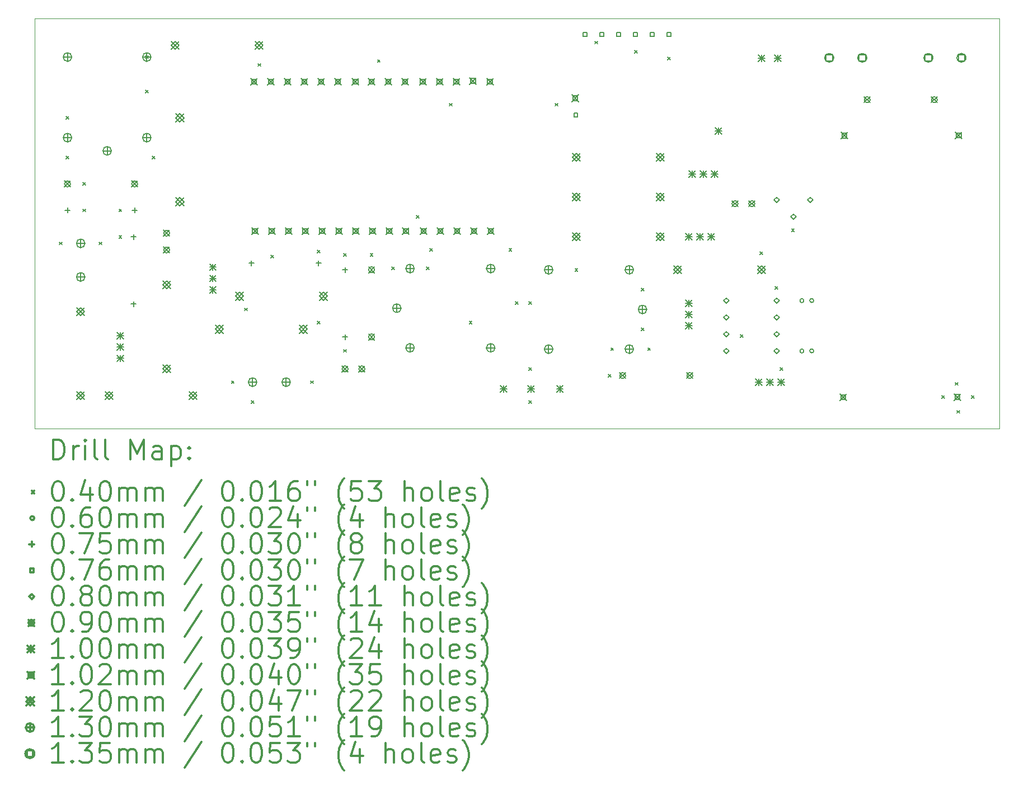
<source format=gbr>
%FSLAX45Y45*%
G04 Gerber Fmt 4.5, Leading zero omitted, Abs format (unit mm)*
G04 Created by KiCad (PCBNEW 5.1.7-a382d34a8~87~ubuntu18.04.1) date 2020-10-27 09:38:16*
%MOMM*%
%LPD*%
G01*
G04 APERTURE LIST*
%TA.AperFunction,Profile*%
%ADD10C,0.050000*%
%TD*%
%ADD11C,0.200000*%
%ADD12C,0.300000*%
G04 APERTURE END LIST*
D10*
X8100000Y-12500000D02*
X22700000Y-12500000D01*
X8100000Y-6300000D02*
X8100000Y-12500000D01*
X22700000Y-6300000D02*
X8100000Y-6300000D01*
X22700000Y-12500000D02*
X22700000Y-6300000D01*
D11*
X8480000Y-9680000D02*
X8520000Y-9720000D01*
X8520000Y-9680000D02*
X8480000Y-9720000D01*
X8580000Y-7780000D02*
X8620000Y-7820000D01*
X8620000Y-7780000D02*
X8580000Y-7820000D01*
X8580000Y-8380000D02*
X8620000Y-8420000D01*
X8620000Y-8380000D02*
X8580000Y-8420000D01*
X8830000Y-8780000D02*
X8870000Y-8820000D01*
X8870000Y-8780000D02*
X8830000Y-8820000D01*
X8830000Y-9180000D02*
X8870000Y-9220000D01*
X8870000Y-9180000D02*
X8830000Y-9220000D01*
X9080000Y-9680000D02*
X9120000Y-9720000D01*
X9120000Y-9680000D02*
X9080000Y-9720000D01*
X9380000Y-9180000D02*
X9420000Y-9220000D01*
X9420000Y-9180000D02*
X9380000Y-9220000D01*
X9380000Y-9580000D02*
X9420000Y-9620000D01*
X9420000Y-9580000D02*
X9380000Y-9620000D01*
X9780000Y-6860000D02*
X9820000Y-6900000D01*
X9820000Y-6860000D02*
X9780000Y-6900000D01*
X9780000Y-7380000D02*
X9820000Y-7420000D01*
X9820000Y-7380000D02*
X9780000Y-7420000D01*
X9880000Y-8380000D02*
X9920000Y-8420000D01*
X9920000Y-8380000D02*
X9880000Y-8420000D01*
X11080000Y-11780000D02*
X11120000Y-11820000D01*
X11120000Y-11780000D02*
X11080000Y-11820000D01*
X11280000Y-10680000D02*
X11320000Y-10720000D01*
X11320000Y-10680000D02*
X11280000Y-10720000D01*
X11380000Y-12080000D02*
X11420000Y-12120000D01*
X11420000Y-12080000D02*
X11380000Y-12120000D01*
X11480000Y-6980000D02*
X11520000Y-7020000D01*
X11520000Y-6980000D02*
X11480000Y-7020000D01*
X11680000Y-9880000D02*
X11720000Y-9920000D01*
X11720000Y-9880000D02*
X11680000Y-9920000D01*
X12280000Y-11780000D02*
X12320000Y-11820000D01*
X12320000Y-11780000D02*
X12280000Y-11820000D01*
X12380000Y-9805000D02*
X12420000Y-9845000D01*
X12420000Y-9805000D02*
X12380000Y-9845000D01*
X12380000Y-10880000D02*
X12420000Y-10920000D01*
X12420000Y-10880000D02*
X12380000Y-10920000D01*
X12780000Y-9855000D02*
X12820000Y-9895000D01*
X12820000Y-9855000D02*
X12780000Y-9895000D01*
X12780000Y-11305000D02*
X12820000Y-11345000D01*
X12820000Y-11305000D02*
X12780000Y-11345000D01*
X13180000Y-9855000D02*
X13220000Y-9895000D01*
X13220000Y-9855000D02*
X13180000Y-9895000D01*
X13289999Y-6920001D02*
X13329999Y-6960001D01*
X13329999Y-6920001D02*
X13289999Y-6960001D01*
X13505000Y-10055000D02*
X13545000Y-10095000D01*
X13545000Y-10055000D02*
X13505000Y-10095000D01*
X13880000Y-9280000D02*
X13920000Y-9320000D01*
X13920000Y-9280000D02*
X13880000Y-9320000D01*
X14030000Y-10055000D02*
X14070000Y-10095000D01*
X14070000Y-10055000D02*
X14030000Y-10095000D01*
X14080000Y-9780000D02*
X14120000Y-9820000D01*
X14120000Y-9780000D02*
X14080000Y-9820000D01*
X14380000Y-7580000D02*
X14420000Y-7620000D01*
X14420000Y-7580000D02*
X14380000Y-7620000D01*
X14680000Y-10880000D02*
X14720000Y-10920000D01*
X14720000Y-10880000D02*
X14680000Y-10920000D01*
X15280000Y-9780000D02*
X15320000Y-9820000D01*
X15320000Y-9780000D02*
X15280000Y-9820000D01*
X15380000Y-10580000D02*
X15420000Y-10620000D01*
X15420000Y-10580000D02*
X15380000Y-10620000D01*
X15580000Y-10580000D02*
X15620000Y-10620000D01*
X15620000Y-10580000D02*
X15580000Y-10620000D01*
X15580000Y-11580000D02*
X15620000Y-11620000D01*
X15620000Y-11580000D02*
X15580000Y-11620000D01*
X15580000Y-12080000D02*
X15620000Y-12120000D01*
X15620000Y-12080000D02*
X15580000Y-12120000D01*
X15980000Y-7580000D02*
X16020000Y-7620000D01*
X16020000Y-7580000D02*
X15980000Y-7620000D01*
X16280000Y-10080000D02*
X16320000Y-10120000D01*
X16320000Y-10080000D02*
X16280000Y-10120000D01*
X16580000Y-6640000D02*
X16620000Y-6680000D01*
X16620000Y-6640000D02*
X16580000Y-6680000D01*
X16780000Y-11680000D02*
X16820000Y-11720000D01*
X16820000Y-11680000D02*
X16780000Y-11720000D01*
X16820000Y-11280000D02*
X16860000Y-11320000D01*
X16860000Y-11280000D02*
X16820000Y-11320000D01*
X17180000Y-6780000D02*
X17220000Y-6820000D01*
X17220000Y-6780000D02*
X17180000Y-6820000D01*
X17280000Y-10380000D02*
X17320000Y-10420000D01*
X17320000Y-10380000D02*
X17280000Y-10420000D01*
X17280000Y-10980000D02*
X17320000Y-11020000D01*
X17320000Y-10980000D02*
X17280000Y-11020000D01*
X17380000Y-11280000D02*
X17420000Y-11320000D01*
X17420000Y-11280000D02*
X17380000Y-11320000D01*
X17680000Y-6880000D02*
X17720000Y-6920000D01*
X17720000Y-6880000D02*
X17680000Y-6920000D01*
X18780000Y-11080000D02*
X18820000Y-11120000D01*
X18820000Y-11080000D02*
X18780000Y-11120000D01*
X19080000Y-9830000D02*
X19120000Y-9870000D01*
X19120000Y-9830000D02*
X19080000Y-9870000D01*
X19305000Y-10355000D02*
X19345000Y-10395000D01*
X19345000Y-10355000D02*
X19305000Y-10395000D01*
X19380000Y-11580000D02*
X19420000Y-11620000D01*
X19420000Y-11580000D02*
X19380000Y-11620000D01*
X19555000Y-9480000D02*
X19595000Y-9520000D01*
X19595000Y-9480000D02*
X19555000Y-9520000D01*
X21830000Y-12005000D02*
X21870000Y-12045000D01*
X21870000Y-12005000D02*
X21830000Y-12045000D01*
X22030000Y-11805000D02*
X22070000Y-11845000D01*
X22070000Y-11805000D02*
X22030000Y-11845000D01*
X22055000Y-12230000D02*
X22095000Y-12270000D01*
X22095000Y-12230000D02*
X22055000Y-12270000D01*
X22280000Y-12005000D02*
X22320000Y-12045000D01*
X22320000Y-12005000D02*
X22280000Y-12045000D01*
X19741000Y-10566000D02*
G75*
G03*
X19741000Y-10566000I-30000J0D01*
G01*
X19891000Y-10566000D02*
G75*
G03*
X19891000Y-10566000I-30000J0D01*
G01*
X19741000Y-11328000D02*
G75*
G03*
X19741000Y-11328000I-30000J0D01*
G01*
X19891000Y-11328000D02*
G75*
G03*
X19891000Y-11328000I-30000J0D01*
G01*
X9600000Y-9562500D02*
X9600000Y-9637500D01*
X9562500Y-9600000D02*
X9637500Y-9600000D01*
X9600000Y-10578500D02*
X9600000Y-10653500D01*
X9562500Y-10616000D02*
X9637500Y-10616000D01*
X12800000Y-10062500D02*
X12800000Y-10137500D01*
X12762500Y-10100000D02*
X12837500Y-10100000D01*
X12800000Y-11078500D02*
X12800000Y-11153500D01*
X12762500Y-11116000D02*
X12837500Y-11116000D01*
X8600000Y-9162500D02*
X8600000Y-9237500D01*
X8562500Y-9200000D02*
X8637500Y-9200000D01*
X9616000Y-9162500D02*
X9616000Y-9237500D01*
X9578500Y-9200000D02*
X9653500Y-9200000D01*
X11384000Y-9962500D02*
X11384000Y-10037500D01*
X11346500Y-10000000D02*
X11421500Y-10000000D01*
X12400000Y-9962500D02*
X12400000Y-10037500D01*
X12362500Y-10000000D02*
X12437500Y-10000000D01*
X16315291Y-7782871D02*
X16315291Y-7728989D01*
X16261409Y-7728989D01*
X16261409Y-7782871D01*
X16315291Y-7782871D01*
X16457531Y-6564941D02*
X16457531Y-6511059D01*
X16403649Y-6511059D01*
X16403649Y-6564941D01*
X16457531Y-6564941D01*
X16711531Y-6564941D02*
X16711531Y-6511059D01*
X16657649Y-6511059D01*
X16657649Y-6564941D01*
X16711531Y-6564941D01*
X16965531Y-6564941D02*
X16965531Y-6511059D01*
X16911649Y-6511059D01*
X16911649Y-6564941D01*
X16965531Y-6564941D01*
X17219531Y-6564941D02*
X17219531Y-6511059D01*
X17165649Y-6511059D01*
X17165649Y-6564941D01*
X17219531Y-6564941D01*
X17473531Y-6564941D02*
X17473531Y-6511059D01*
X17419649Y-6511059D01*
X17419649Y-6564941D01*
X17473531Y-6564941D01*
X17727531Y-6564941D02*
X17727531Y-6511059D01*
X17673649Y-6511059D01*
X17673649Y-6564941D01*
X17727531Y-6564941D01*
X18568000Y-10606000D02*
X18608000Y-10566000D01*
X18568000Y-10526000D01*
X18528000Y-10566000D01*
X18568000Y-10606000D01*
X18568000Y-10860000D02*
X18608000Y-10820000D01*
X18568000Y-10780000D01*
X18528000Y-10820000D01*
X18568000Y-10860000D01*
X18568000Y-11114000D02*
X18608000Y-11074000D01*
X18568000Y-11034000D01*
X18528000Y-11074000D01*
X18568000Y-11114000D01*
X18568000Y-11368000D02*
X18608000Y-11328000D01*
X18568000Y-11288000D01*
X18528000Y-11328000D01*
X18568000Y-11368000D01*
X19330000Y-10606000D02*
X19370000Y-10566000D01*
X19330000Y-10526000D01*
X19290000Y-10566000D01*
X19330000Y-10606000D01*
X19330000Y-10860000D02*
X19370000Y-10820000D01*
X19330000Y-10780000D01*
X19290000Y-10820000D01*
X19330000Y-10860000D01*
X19330000Y-11114000D02*
X19370000Y-11074000D01*
X19330000Y-11034000D01*
X19290000Y-11074000D01*
X19330000Y-11114000D01*
X19330000Y-11368000D02*
X19370000Y-11328000D01*
X19330000Y-11288000D01*
X19290000Y-11328000D01*
X19330000Y-11368000D01*
X19330000Y-9082000D02*
X19370000Y-9042000D01*
X19330000Y-9002000D01*
X19290000Y-9042000D01*
X19330000Y-9082000D01*
X19584000Y-9336000D02*
X19624000Y-9296000D01*
X19584000Y-9256000D01*
X19544000Y-9296000D01*
X19584000Y-9336000D01*
X19838000Y-9082000D02*
X19878000Y-9042000D01*
X19838000Y-9002000D01*
X19798000Y-9042000D01*
X19838000Y-9082000D01*
X16955000Y-11655000D02*
X17045000Y-11745000D01*
X17045000Y-11655000D02*
X16955000Y-11745000D01*
X17045000Y-11700000D02*
G75*
G03*
X17045000Y-11700000I-45000J0D01*
G01*
X17971000Y-11655000D02*
X18061000Y-11745000D01*
X18061000Y-11655000D02*
X17971000Y-11745000D01*
X18061000Y-11700000D02*
G75*
G03*
X18061000Y-11700000I-45000J0D01*
G01*
X10055000Y-9501000D02*
X10145000Y-9591000D01*
X10145000Y-9501000D02*
X10055000Y-9591000D01*
X10145000Y-9546000D02*
G75*
G03*
X10145000Y-9546000I-45000J0D01*
G01*
X10055000Y-9755000D02*
X10145000Y-9845000D01*
X10145000Y-9755000D02*
X10055000Y-9845000D01*
X10145000Y-9800000D02*
G75*
G03*
X10145000Y-9800000I-45000J0D01*
G01*
X13155000Y-10055000D02*
X13245000Y-10145000D01*
X13245000Y-10055000D02*
X13155000Y-10145000D01*
X13245000Y-10100000D02*
G75*
G03*
X13245000Y-10100000I-45000J0D01*
G01*
X13155000Y-11071000D02*
X13245000Y-11161000D01*
X13245000Y-11071000D02*
X13155000Y-11161000D01*
X13245000Y-11116000D02*
G75*
G03*
X13245000Y-11116000I-45000J0D01*
G01*
X12755000Y-11555000D02*
X12845000Y-11645000D01*
X12845000Y-11555000D02*
X12755000Y-11645000D01*
X12845000Y-11600000D02*
G75*
G03*
X12845000Y-11600000I-45000J0D01*
G01*
X13009000Y-11555000D02*
X13099000Y-11645000D01*
X13099000Y-11555000D02*
X13009000Y-11645000D01*
X13099000Y-11600000D02*
G75*
G03*
X13099000Y-11600000I-45000J0D01*
G01*
X18655000Y-9055000D02*
X18745000Y-9145000D01*
X18745000Y-9055000D02*
X18655000Y-9145000D01*
X18745000Y-9100000D02*
G75*
G03*
X18745000Y-9100000I-45000J0D01*
G01*
X18909000Y-9055000D02*
X18999000Y-9145000D01*
X18999000Y-9055000D02*
X18909000Y-9145000D01*
X18999000Y-9100000D02*
G75*
G03*
X18999000Y-9100000I-45000J0D01*
G01*
X8555000Y-8755000D02*
X8645000Y-8845000D01*
X8645000Y-8755000D02*
X8555000Y-8845000D01*
X8645000Y-8800000D02*
G75*
G03*
X8645000Y-8800000I-45000J0D01*
G01*
X9571000Y-8755000D02*
X9661000Y-8845000D01*
X9661000Y-8755000D02*
X9571000Y-8845000D01*
X9661000Y-8800000D02*
G75*
G03*
X9661000Y-8800000I-45000J0D01*
G01*
X20655000Y-7481000D02*
X20745000Y-7571000D01*
X20745000Y-7481000D02*
X20655000Y-7571000D01*
X20745000Y-7526000D02*
G75*
G03*
X20745000Y-7526000I-45000J0D01*
G01*
X21671000Y-7481000D02*
X21761000Y-7571000D01*
X21761000Y-7481000D02*
X21671000Y-7571000D01*
X21761000Y-7526000D02*
G75*
G03*
X21761000Y-7526000I-45000J0D01*
G01*
X19050000Y-6850000D02*
X19150000Y-6950000D01*
X19150000Y-6850000D02*
X19050000Y-6950000D01*
X19100000Y-6850000D02*
X19100000Y-6950000D01*
X19050000Y-6900000D02*
X19150000Y-6900000D01*
X19300000Y-6850000D02*
X19400000Y-6950000D01*
X19400000Y-6850000D02*
X19300000Y-6950000D01*
X19350000Y-6850000D02*
X19350000Y-6950000D01*
X19300000Y-6900000D02*
X19400000Y-6900000D01*
X19010000Y-11750000D02*
X19110000Y-11850000D01*
X19110000Y-11750000D02*
X19010000Y-11850000D01*
X19060000Y-11750000D02*
X19060000Y-11850000D01*
X19010000Y-11800000D02*
X19110000Y-11800000D01*
X19180000Y-11750000D02*
X19280000Y-11850000D01*
X19280000Y-11750000D02*
X19180000Y-11850000D01*
X19230000Y-11750000D02*
X19230000Y-11850000D01*
X19180000Y-11800000D02*
X19280000Y-11800000D01*
X19350000Y-11750000D02*
X19450000Y-11850000D01*
X19450000Y-11750000D02*
X19350000Y-11850000D01*
X19400000Y-11750000D02*
X19400000Y-11850000D01*
X19350000Y-11800000D02*
X19450000Y-11800000D01*
X18000000Y-8600000D02*
X18100000Y-8700000D01*
X18100000Y-8600000D02*
X18000000Y-8700000D01*
X18050000Y-8600000D02*
X18050000Y-8700000D01*
X18000000Y-8650000D02*
X18100000Y-8650000D01*
X18170000Y-8600000D02*
X18270000Y-8700000D01*
X18270000Y-8600000D02*
X18170000Y-8700000D01*
X18220000Y-8600000D02*
X18220000Y-8700000D01*
X18170000Y-8650000D02*
X18270000Y-8650000D01*
X18340000Y-8600000D02*
X18440000Y-8700000D01*
X18440000Y-8600000D02*
X18340000Y-8700000D01*
X18390000Y-8600000D02*
X18390000Y-8700000D01*
X18340000Y-8650000D02*
X18440000Y-8650000D01*
X15565000Y-11850000D02*
X15665000Y-11950000D01*
X15665000Y-11850000D02*
X15565000Y-11950000D01*
X15615000Y-11850000D02*
X15615000Y-11950000D01*
X15565000Y-11900000D02*
X15665000Y-11900000D01*
X18400000Y-7950000D02*
X18500000Y-8050000D01*
X18500000Y-7950000D02*
X18400000Y-8050000D01*
X18450000Y-7950000D02*
X18450000Y-8050000D01*
X18400000Y-8000000D02*
X18500000Y-8000000D01*
X15150000Y-11850000D02*
X15250000Y-11950000D01*
X15250000Y-11850000D02*
X15150000Y-11950000D01*
X15200000Y-11850000D02*
X15200000Y-11950000D01*
X15150000Y-11900000D02*
X15250000Y-11900000D01*
X9350000Y-11050000D02*
X9450000Y-11150000D01*
X9450000Y-11050000D02*
X9350000Y-11150000D01*
X9400000Y-11050000D02*
X9400000Y-11150000D01*
X9350000Y-11100000D02*
X9450000Y-11100000D01*
X9350000Y-11220000D02*
X9450000Y-11320000D01*
X9450000Y-11220000D02*
X9350000Y-11320000D01*
X9400000Y-11220000D02*
X9400000Y-11320000D01*
X9350000Y-11270000D02*
X9450000Y-11270000D01*
X9350000Y-11390000D02*
X9450000Y-11490000D01*
X9450000Y-11390000D02*
X9350000Y-11490000D01*
X9400000Y-11390000D02*
X9400000Y-11490000D01*
X9350000Y-11440000D02*
X9450000Y-11440000D01*
X10750000Y-10010000D02*
X10850000Y-10110000D01*
X10850000Y-10010000D02*
X10750000Y-10110000D01*
X10800000Y-10010000D02*
X10800000Y-10110000D01*
X10750000Y-10060000D02*
X10850000Y-10060000D01*
X10750000Y-10180000D02*
X10850000Y-10280000D01*
X10850000Y-10180000D02*
X10750000Y-10280000D01*
X10800000Y-10180000D02*
X10800000Y-10280000D01*
X10750000Y-10230000D02*
X10850000Y-10230000D01*
X10750000Y-10350000D02*
X10850000Y-10450000D01*
X10850000Y-10350000D02*
X10750000Y-10450000D01*
X10800000Y-10350000D02*
X10800000Y-10450000D01*
X10750000Y-10400000D02*
X10850000Y-10400000D01*
X16000000Y-11850000D02*
X16100000Y-11950000D01*
X16100000Y-11850000D02*
X16000000Y-11950000D01*
X16050000Y-11850000D02*
X16050000Y-11950000D01*
X16000000Y-11900000D02*
X16100000Y-11900000D01*
X17950000Y-10557000D02*
X18050000Y-10657000D01*
X18050000Y-10557000D02*
X17950000Y-10657000D01*
X18000000Y-10557000D02*
X18000000Y-10657000D01*
X17950000Y-10607000D02*
X18050000Y-10607000D01*
X17950000Y-10727000D02*
X18050000Y-10827000D01*
X18050000Y-10727000D02*
X17950000Y-10827000D01*
X18000000Y-10727000D02*
X18000000Y-10827000D01*
X17950000Y-10777000D02*
X18050000Y-10777000D01*
X17950000Y-10897000D02*
X18050000Y-10997000D01*
X18050000Y-10897000D02*
X17950000Y-10997000D01*
X18000000Y-10897000D02*
X18000000Y-10997000D01*
X17950000Y-10947000D02*
X18050000Y-10947000D01*
X17950000Y-9550000D02*
X18050000Y-9650000D01*
X18050000Y-9550000D02*
X17950000Y-9650000D01*
X18000000Y-9550000D02*
X18000000Y-9650000D01*
X17950000Y-9600000D02*
X18050000Y-9600000D01*
X18120000Y-9550000D02*
X18220000Y-9650000D01*
X18220000Y-9550000D02*
X18120000Y-9650000D01*
X18170000Y-9550000D02*
X18170000Y-9650000D01*
X18120000Y-9600000D02*
X18220000Y-9600000D01*
X18290000Y-9550000D02*
X18390000Y-9650000D01*
X18390000Y-9550000D02*
X18290000Y-9650000D01*
X18340000Y-9550000D02*
X18340000Y-9650000D01*
X18290000Y-9600000D02*
X18390000Y-9600000D01*
X11373310Y-7201860D02*
X11475310Y-7303860D01*
X11475310Y-7201860D02*
X11373310Y-7303860D01*
X11460373Y-7288923D02*
X11460373Y-7216797D01*
X11388247Y-7216797D01*
X11388247Y-7288923D01*
X11460373Y-7288923D01*
X11386010Y-9462460D02*
X11488010Y-9564460D01*
X11488010Y-9462460D02*
X11386010Y-9564460D01*
X11473073Y-9549523D02*
X11473073Y-9477397D01*
X11400947Y-9477397D01*
X11400947Y-9549523D01*
X11473073Y-9549523D01*
X11627310Y-7201860D02*
X11729310Y-7303860D01*
X11729310Y-7201860D02*
X11627310Y-7303860D01*
X11714373Y-7288923D02*
X11714373Y-7216797D01*
X11642247Y-7216797D01*
X11642247Y-7288923D01*
X11714373Y-7288923D01*
X11640010Y-9462460D02*
X11742010Y-9564460D01*
X11742010Y-9462460D02*
X11640010Y-9564460D01*
X11727073Y-9549523D02*
X11727073Y-9477397D01*
X11654947Y-9477397D01*
X11654947Y-9549523D01*
X11727073Y-9549523D01*
X11881310Y-7201860D02*
X11983310Y-7303860D01*
X11983310Y-7201860D02*
X11881310Y-7303860D01*
X11968373Y-7288923D02*
X11968373Y-7216797D01*
X11896247Y-7216797D01*
X11896247Y-7288923D01*
X11968373Y-7288923D01*
X11894010Y-9462460D02*
X11996010Y-9564460D01*
X11996010Y-9462460D02*
X11894010Y-9564460D01*
X11981073Y-9549523D02*
X11981073Y-9477397D01*
X11908947Y-9477397D01*
X11908947Y-9549523D01*
X11981073Y-9549523D01*
X12135310Y-7201860D02*
X12237310Y-7303860D01*
X12237310Y-7201860D02*
X12135310Y-7303860D01*
X12222373Y-7288923D02*
X12222373Y-7216797D01*
X12150247Y-7216797D01*
X12150247Y-7288923D01*
X12222373Y-7288923D01*
X12148010Y-9462460D02*
X12250010Y-9564460D01*
X12250010Y-9462460D02*
X12148010Y-9564460D01*
X12235073Y-9549523D02*
X12235073Y-9477397D01*
X12162947Y-9477397D01*
X12162947Y-9549523D01*
X12235073Y-9549523D01*
X12389310Y-7201860D02*
X12491310Y-7303860D01*
X12491310Y-7201860D02*
X12389310Y-7303860D01*
X12476373Y-7288923D02*
X12476373Y-7216797D01*
X12404247Y-7216797D01*
X12404247Y-7288923D01*
X12476373Y-7288923D01*
X12402010Y-9462460D02*
X12504010Y-9564460D01*
X12504010Y-9462460D02*
X12402010Y-9564460D01*
X12489073Y-9549523D02*
X12489073Y-9477397D01*
X12416947Y-9477397D01*
X12416947Y-9549523D01*
X12489073Y-9549523D01*
X12643310Y-7201860D02*
X12745310Y-7303860D01*
X12745310Y-7201860D02*
X12643310Y-7303860D01*
X12730373Y-7288923D02*
X12730373Y-7216797D01*
X12658247Y-7216797D01*
X12658247Y-7288923D01*
X12730373Y-7288923D01*
X12656010Y-9462460D02*
X12758010Y-9564460D01*
X12758010Y-9462460D02*
X12656010Y-9564460D01*
X12743073Y-9549523D02*
X12743073Y-9477397D01*
X12670947Y-9477397D01*
X12670947Y-9549523D01*
X12743073Y-9549523D01*
X12906200Y-7204400D02*
X13008200Y-7306400D01*
X13008200Y-7204400D02*
X12906200Y-7306400D01*
X12993263Y-7291463D02*
X12993263Y-7219337D01*
X12921137Y-7219337D01*
X12921137Y-7291463D01*
X12993263Y-7291463D01*
X12910010Y-9462460D02*
X13012010Y-9564460D01*
X13012010Y-9462460D02*
X12910010Y-9564460D01*
X12997073Y-9549523D02*
X12997073Y-9477397D01*
X12924947Y-9477397D01*
X12924947Y-9549523D01*
X12997073Y-9549523D01*
X13151310Y-7201860D02*
X13253310Y-7303860D01*
X13253310Y-7201860D02*
X13151310Y-7303860D01*
X13238373Y-7288923D02*
X13238373Y-7216797D01*
X13166247Y-7216797D01*
X13166247Y-7288923D01*
X13238373Y-7288923D01*
X13164010Y-9462460D02*
X13266010Y-9564460D01*
X13266010Y-9462460D02*
X13164010Y-9564460D01*
X13251073Y-9549523D02*
X13251073Y-9477397D01*
X13178947Y-9477397D01*
X13178947Y-9549523D01*
X13251073Y-9549523D01*
X13405310Y-7201860D02*
X13507310Y-7303860D01*
X13507310Y-7201860D02*
X13405310Y-7303860D01*
X13492373Y-7288923D02*
X13492373Y-7216797D01*
X13420247Y-7216797D01*
X13420247Y-7288923D01*
X13492373Y-7288923D01*
X13418010Y-9462460D02*
X13520010Y-9564460D01*
X13520010Y-9462460D02*
X13418010Y-9564460D01*
X13505073Y-9549523D02*
X13505073Y-9477397D01*
X13432947Y-9477397D01*
X13432947Y-9549523D01*
X13505073Y-9549523D01*
X13659310Y-7201860D02*
X13761310Y-7303860D01*
X13761310Y-7201860D02*
X13659310Y-7303860D01*
X13746373Y-7288923D02*
X13746373Y-7216797D01*
X13674247Y-7216797D01*
X13674247Y-7288923D01*
X13746373Y-7288923D01*
X13668200Y-9465000D02*
X13770200Y-9567000D01*
X13770200Y-9465000D02*
X13668200Y-9567000D01*
X13755263Y-9552063D02*
X13755263Y-9479937D01*
X13683137Y-9479937D01*
X13683137Y-9552063D01*
X13755263Y-9552063D01*
X13926010Y-7201860D02*
X14028010Y-7303860D01*
X14028010Y-7201860D02*
X13926010Y-7303860D01*
X14013073Y-7288923D02*
X14013073Y-7216797D01*
X13940947Y-7216797D01*
X13940947Y-7288923D01*
X14013073Y-7288923D01*
X13938710Y-9462460D02*
X14040710Y-9564460D01*
X14040710Y-9462460D02*
X13938710Y-9564460D01*
X14025773Y-9549523D02*
X14025773Y-9477397D01*
X13953647Y-9477397D01*
X13953647Y-9549523D01*
X14025773Y-9549523D01*
X14180010Y-7201860D02*
X14282010Y-7303860D01*
X14282010Y-7201860D02*
X14180010Y-7303860D01*
X14267073Y-7288923D02*
X14267073Y-7216797D01*
X14194947Y-7216797D01*
X14194947Y-7288923D01*
X14267073Y-7288923D01*
X14192710Y-9462460D02*
X14294710Y-9564460D01*
X14294710Y-9462460D02*
X14192710Y-9564460D01*
X14279773Y-9549523D02*
X14279773Y-9477397D01*
X14207647Y-9477397D01*
X14207647Y-9549523D01*
X14279773Y-9549523D01*
X14434010Y-7201860D02*
X14536010Y-7303860D01*
X14536010Y-7201860D02*
X14434010Y-7303860D01*
X14521073Y-7288923D02*
X14521073Y-7216797D01*
X14448947Y-7216797D01*
X14448947Y-7288923D01*
X14521073Y-7288923D01*
X14446710Y-9462460D02*
X14548710Y-9564460D01*
X14548710Y-9462460D02*
X14446710Y-9564460D01*
X14533773Y-9549523D02*
X14533773Y-9477397D01*
X14461647Y-9477397D01*
X14461647Y-9549523D01*
X14533773Y-9549523D01*
X14684200Y-7191700D02*
X14786200Y-7293700D01*
X14786200Y-7191700D02*
X14684200Y-7293700D01*
X14771263Y-7278763D02*
X14771263Y-7206637D01*
X14699137Y-7206637D01*
X14699137Y-7278763D01*
X14771263Y-7278763D01*
X14696900Y-9465000D02*
X14798900Y-9567000D01*
X14798900Y-9465000D02*
X14696900Y-9567000D01*
X14783963Y-9552063D02*
X14783963Y-9479937D01*
X14711837Y-9479937D01*
X14711837Y-9552063D01*
X14783963Y-9552063D01*
X14942010Y-7201860D02*
X15044010Y-7303860D01*
X15044010Y-7201860D02*
X14942010Y-7303860D01*
X15029073Y-7288923D02*
X15029073Y-7216797D01*
X14956947Y-7216797D01*
X14956947Y-7288923D01*
X15029073Y-7288923D01*
X14954710Y-9462460D02*
X15056710Y-9564460D01*
X15056710Y-9462460D02*
X14954710Y-9564460D01*
X15041773Y-9549523D02*
X15041773Y-9477397D01*
X14969647Y-9477397D01*
X14969647Y-9549523D01*
X15041773Y-9549523D01*
X20286110Y-11976760D02*
X20388110Y-12078760D01*
X20388110Y-11976760D02*
X20286110Y-12078760D01*
X20373173Y-12063823D02*
X20373173Y-11991697D01*
X20301047Y-11991697D01*
X20301047Y-12063823D01*
X20373173Y-12063823D01*
X20305160Y-8018170D02*
X20407160Y-8120170D01*
X20407160Y-8018170D02*
X20305160Y-8120170D01*
X20392223Y-8105233D02*
X20392223Y-8033107D01*
X20320097Y-8033107D01*
X20320097Y-8105233D01*
X20392223Y-8105233D01*
X22015850Y-11975490D02*
X22117850Y-12077490D01*
X22117850Y-11975490D02*
X22015850Y-12077490D01*
X22102913Y-12062553D02*
X22102913Y-11990427D01*
X22030787Y-11990427D01*
X22030787Y-12062553D01*
X22102913Y-12062553D01*
X22034900Y-8016900D02*
X22136900Y-8118900D01*
X22136900Y-8016900D02*
X22034900Y-8118900D01*
X22121963Y-8103963D02*
X22121963Y-8031837D01*
X22049837Y-8031837D01*
X22049837Y-8103963D01*
X22121963Y-8103963D01*
X16231000Y-7452200D02*
X16333000Y-7554200D01*
X16333000Y-7452200D02*
X16231000Y-7554200D01*
X16318063Y-7539263D02*
X16318063Y-7467137D01*
X16245937Y-7467137D01*
X16245937Y-7539263D01*
X16318063Y-7539263D01*
X10040000Y-10270000D02*
X10160000Y-10390000D01*
X10160000Y-10270000D02*
X10040000Y-10390000D01*
X10100000Y-10390000D02*
X10160000Y-10330000D01*
X10100000Y-10270000D01*
X10040000Y-10330000D01*
X10100000Y-10390000D01*
X10040000Y-11540000D02*
X10160000Y-11660000D01*
X10160000Y-11540000D02*
X10040000Y-11660000D01*
X10100000Y-11660000D02*
X10160000Y-11600000D01*
X10100000Y-11540000D01*
X10040000Y-11600000D01*
X10100000Y-11660000D01*
X16240000Y-8940000D02*
X16360000Y-9060000D01*
X16360000Y-8940000D02*
X16240000Y-9060000D01*
X16300000Y-9060000D02*
X16360000Y-9000000D01*
X16300000Y-8940000D01*
X16240000Y-9000000D01*
X16300000Y-9060000D01*
X17510000Y-8940000D02*
X17630000Y-9060000D01*
X17630000Y-8940000D02*
X17510000Y-9060000D01*
X17570000Y-9060000D02*
X17630000Y-9000000D01*
X17570000Y-8940000D01*
X17510000Y-9000000D01*
X17570000Y-9060000D01*
X16240000Y-9540000D02*
X16360000Y-9660000D01*
X16360000Y-9540000D02*
X16240000Y-9660000D01*
X16300000Y-9660000D02*
X16360000Y-9600000D01*
X16300000Y-9540000D01*
X16240000Y-9600000D01*
X16300000Y-9660000D01*
X17510000Y-9540000D02*
X17630000Y-9660000D01*
X17630000Y-9540000D02*
X17510000Y-9660000D01*
X17570000Y-9660000D02*
X17630000Y-9600000D01*
X17570000Y-9540000D01*
X17510000Y-9600000D01*
X17570000Y-9660000D01*
X17770000Y-10040000D02*
X17890000Y-10160000D01*
X17890000Y-10040000D02*
X17770000Y-10160000D01*
X17830000Y-10160000D02*
X17890000Y-10100000D01*
X17830000Y-10040000D01*
X17770000Y-10100000D01*
X17830000Y-10160000D01*
X19040000Y-10040000D02*
X19160000Y-10160000D01*
X19160000Y-10040000D02*
X19040000Y-10160000D01*
X19100000Y-10160000D02*
X19160000Y-10100000D01*
X19100000Y-10040000D01*
X19040000Y-10100000D01*
X19100000Y-10160000D01*
X11140000Y-10440000D02*
X11260000Y-10560000D01*
X11260000Y-10440000D02*
X11140000Y-10560000D01*
X11200000Y-10560000D02*
X11260000Y-10500000D01*
X11200000Y-10440000D01*
X11140000Y-10500000D01*
X11200000Y-10560000D01*
X12410000Y-10440000D02*
X12530000Y-10560000D01*
X12530000Y-10440000D02*
X12410000Y-10560000D01*
X12470000Y-10560000D02*
X12530000Y-10500000D01*
X12470000Y-10440000D01*
X12410000Y-10500000D01*
X12470000Y-10560000D01*
X10840000Y-10940000D02*
X10960000Y-11060000D01*
X10960000Y-10940000D02*
X10840000Y-11060000D01*
X10900000Y-11060000D02*
X10960000Y-11000000D01*
X10900000Y-10940000D01*
X10840000Y-11000000D01*
X10900000Y-11060000D01*
X12110000Y-10940000D02*
X12230000Y-11060000D01*
X12230000Y-10940000D02*
X12110000Y-11060000D01*
X12170000Y-11060000D02*
X12230000Y-11000000D01*
X12170000Y-10940000D01*
X12110000Y-11000000D01*
X12170000Y-11060000D01*
X16240000Y-8340000D02*
X16360000Y-8460000D01*
X16360000Y-8340000D02*
X16240000Y-8460000D01*
X16300000Y-8460000D02*
X16360000Y-8400000D01*
X16300000Y-8340000D01*
X16240000Y-8400000D01*
X16300000Y-8460000D01*
X17510000Y-8340000D02*
X17630000Y-8460000D01*
X17630000Y-8340000D02*
X17510000Y-8460000D01*
X17570000Y-8460000D02*
X17630000Y-8400000D01*
X17570000Y-8340000D01*
X17510000Y-8400000D01*
X17570000Y-8460000D01*
X9170000Y-11940000D02*
X9290000Y-12060000D01*
X9290000Y-11940000D02*
X9170000Y-12060000D01*
X9230000Y-12060000D02*
X9290000Y-12000000D01*
X9230000Y-11940000D01*
X9170000Y-12000000D01*
X9230000Y-12060000D01*
X10440000Y-11940000D02*
X10560000Y-12060000D01*
X10560000Y-11940000D02*
X10440000Y-12060000D01*
X10500000Y-12060000D02*
X10560000Y-12000000D01*
X10500000Y-11940000D01*
X10440000Y-12000000D01*
X10500000Y-12060000D01*
X10170000Y-6640000D02*
X10290000Y-6760000D01*
X10290000Y-6640000D02*
X10170000Y-6760000D01*
X10230000Y-6760000D02*
X10290000Y-6700000D01*
X10230000Y-6640000D01*
X10170000Y-6700000D01*
X10230000Y-6760000D01*
X11440000Y-6640000D02*
X11560000Y-6760000D01*
X11560000Y-6640000D02*
X11440000Y-6760000D01*
X11500000Y-6760000D02*
X11560000Y-6700000D01*
X11500000Y-6640000D01*
X11440000Y-6700000D01*
X11500000Y-6760000D01*
X10240000Y-7740000D02*
X10360000Y-7860000D01*
X10360000Y-7740000D02*
X10240000Y-7860000D01*
X10300000Y-7860000D02*
X10360000Y-7800000D01*
X10300000Y-7740000D01*
X10240000Y-7800000D01*
X10300000Y-7860000D01*
X10240000Y-9010000D02*
X10360000Y-9130000D01*
X10360000Y-9010000D02*
X10240000Y-9130000D01*
X10300000Y-9130000D02*
X10360000Y-9070000D01*
X10300000Y-9010000D01*
X10240000Y-9070000D01*
X10300000Y-9130000D01*
X8740000Y-10670000D02*
X8860000Y-10790000D01*
X8860000Y-10670000D02*
X8740000Y-10790000D01*
X8800000Y-10790000D02*
X8860000Y-10730000D01*
X8800000Y-10670000D01*
X8740000Y-10730000D01*
X8800000Y-10790000D01*
X8740000Y-11940000D02*
X8860000Y-12060000D01*
X8860000Y-11940000D02*
X8740000Y-12060000D01*
X8800000Y-12060000D02*
X8860000Y-12000000D01*
X8800000Y-11940000D01*
X8740000Y-12000000D01*
X8800000Y-12060000D01*
X11400000Y-11735000D02*
X11400000Y-11865000D01*
X11335000Y-11800000D02*
X11465000Y-11800000D01*
X11465000Y-11800000D02*
G75*
G03*
X11465000Y-11800000I-65000J0D01*
G01*
X11908000Y-11735000D02*
X11908000Y-11865000D01*
X11843000Y-11800000D02*
X11973000Y-11800000D01*
X11973000Y-11800000D02*
G75*
G03*
X11973000Y-11800000I-65000J0D01*
G01*
X8600000Y-6815000D02*
X8600000Y-6945000D01*
X8535000Y-6880000D02*
X8665000Y-6880000D01*
X8665000Y-6880000D02*
G75*
G03*
X8665000Y-6880000I-65000J0D01*
G01*
X8600000Y-8035000D02*
X8600000Y-8165000D01*
X8535000Y-8100000D02*
X8665000Y-8100000D01*
X8665000Y-8100000D02*
G75*
G03*
X8665000Y-8100000I-65000J0D01*
G01*
X9200000Y-8235000D02*
X9200000Y-8365000D01*
X9135000Y-8300000D02*
X9265000Y-8300000D01*
X9265000Y-8300000D02*
G75*
G03*
X9265000Y-8300000I-65000J0D01*
G01*
X9800000Y-6815000D02*
X9800000Y-6945000D01*
X9735000Y-6880000D02*
X9865000Y-6880000D01*
X9865000Y-6880000D02*
G75*
G03*
X9865000Y-6880000I-65000J0D01*
G01*
X9800000Y-8035000D02*
X9800000Y-8165000D01*
X9735000Y-8100000D02*
X9865000Y-8100000D01*
X9865000Y-8100000D02*
G75*
G03*
X9865000Y-8100000I-65000J0D01*
G01*
X8800000Y-9635000D02*
X8800000Y-9765000D01*
X8735000Y-9700000D02*
X8865000Y-9700000D01*
X8865000Y-9700000D02*
G75*
G03*
X8865000Y-9700000I-65000J0D01*
G01*
X8800000Y-10143000D02*
X8800000Y-10273000D01*
X8735000Y-10208000D02*
X8865000Y-10208000D01*
X8865000Y-10208000D02*
G75*
G03*
X8865000Y-10208000I-65000J0D01*
G01*
X15880000Y-10035000D02*
X15880000Y-10165000D01*
X15815000Y-10100000D02*
X15945000Y-10100000D01*
X15945000Y-10100000D02*
G75*
G03*
X15945000Y-10100000I-65000J0D01*
G01*
X15880000Y-11235000D02*
X15880000Y-11365000D01*
X15815000Y-11300000D02*
X15945000Y-11300000D01*
X15945000Y-11300000D02*
G75*
G03*
X15945000Y-11300000I-65000J0D01*
G01*
X17100000Y-10035000D02*
X17100000Y-10165000D01*
X17035000Y-10100000D02*
X17165000Y-10100000D01*
X17165000Y-10100000D02*
G75*
G03*
X17165000Y-10100000I-65000J0D01*
G01*
X17100000Y-11235000D02*
X17100000Y-11365000D01*
X17035000Y-11300000D02*
X17165000Y-11300000D01*
X17165000Y-11300000D02*
G75*
G03*
X17165000Y-11300000I-65000J0D01*
G01*
X17300000Y-10635000D02*
X17300000Y-10765000D01*
X17235000Y-10700000D02*
X17365000Y-10700000D01*
X17365000Y-10700000D02*
G75*
G03*
X17365000Y-10700000I-65000J0D01*
G01*
X13583000Y-10616000D02*
X13583000Y-10746000D01*
X13518000Y-10681000D02*
X13648000Y-10681000D01*
X13648000Y-10681000D02*
G75*
G03*
X13648000Y-10681000I-65000J0D01*
G01*
X13783000Y-10016000D02*
X13783000Y-10146000D01*
X13718000Y-10081000D02*
X13848000Y-10081000D01*
X13848000Y-10081000D02*
G75*
G03*
X13848000Y-10081000I-65000J0D01*
G01*
X13783000Y-11216000D02*
X13783000Y-11346000D01*
X13718000Y-11281000D02*
X13848000Y-11281000D01*
X13848000Y-11281000D02*
G75*
G03*
X13848000Y-11281000I-65000J0D01*
G01*
X15003000Y-10016000D02*
X15003000Y-10146000D01*
X14938000Y-10081000D02*
X15068000Y-10081000D01*
X15068000Y-10081000D02*
G75*
G03*
X15068000Y-10081000I-65000J0D01*
G01*
X15003000Y-11216000D02*
X15003000Y-11346000D01*
X14938000Y-11281000D02*
X15068000Y-11281000D01*
X15068000Y-11281000D02*
G75*
G03*
X15068000Y-11281000I-65000J0D01*
G01*
X20173490Y-6940000D02*
X20173490Y-6844540D01*
X20078030Y-6844540D01*
X20078030Y-6940000D01*
X20173490Y-6940000D01*
X20193260Y-6892270D02*
G75*
G03*
X20193260Y-6892270I-67500J0D01*
G01*
X20673490Y-6940000D02*
X20673490Y-6844540D01*
X20578030Y-6844540D01*
X20578030Y-6940000D01*
X20673490Y-6940000D01*
X20693260Y-6892270D02*
G75*
G03*
X20693260Y-6892270I-67500J0D01*
G01*
X21673490Y-6940000D02*
X21673490Y-6844540D01*
X21578030Y-6844540D01*
X21578030Y-6940000D01*
X21673490Y-6940000D01*
X21693260Y-6892270D02*
G75*
G03*
X21693260Y-6892270I-67500J0D01*
G01*
X22173490Y-6940000D02*
X22173490Y-6844540D01*
X22078030Y-6844540D01*
X22078030Y-6940000D01*
X22173490Y-6940000D01*
X22193260Y-6892270D02*
G75*
G03*
X22193260Y-6892270I-67500J0D01*
G01*
D12*
X8383928Y-12968214D02*
X8383928Y-12668214D01*
X8455357Y-12668214D01*
X8498214Y-12682500D01*
X8526786Y-12711071D01*
X8541071Y-12739643D01*
X8555357Y-12796786D01*
X8555357Y-12839643D01*
X8541071Y-12896786D01*
X8526786Y-12925357D01*
X8498214Y-12953929D01*
X8455357Y-12968214D01*
X8383928Y-12968214D01*
X8683928Y-12968214D02*
X8683928Y-12768214D01*
X8683928Y-12825357D02*
X8698214Y-12796786D01*
X8712500Y-12782500D01*
X8741071Y-12768214D01*
X8769643Y-12768214D01*
X8869643Y-12968214D02*
X8869643Y-12768214D01*
X8869643Y-12668214D02*
X8855357Y-12682500D01*
X8869643Y-12696786D01*
X8883928Y-12682500D01*
X8869643Y-12668214D01*
X8869643Y-12696786D01*
X9055357Y-12968214D02*
X9026786Y-12953929D01*
X9012500Y-12925357D01*
X9012500Y-12668214D01*
X9212500Y-12968214D02*
X9183928Y-12953929D01*
X9169643Y-12925357D01*
X9169643Y-12668214D01*
X9555357Y-12968214D02*
X9555357Y-12668214D01*
X9655357Y-12882500D01*
X9755357Y-12668214D01*
X9755357Y-12968214D01*
X10026786Y-12968214D02*
X10026786Y-12811071D01*
X10012500Y-12782500D01*
X9983928Y-12768214D01*
X9926786Y-12768214D01*
X9898214Y-12782500D01*
X10026786Y-12953929D02*
X9998214Y-12968214D01*
X9926786Y-12968214D01*
X9898214Y-12953929D01*
X9883928Y-12925357D01*
X9883928Y-12896786D01*
X9898214Y-12868214D01*
X9926786Y-12853929D01*
X9998214Y-12853929D01*
X10026786Y-12839643D01*
X10169643Y-12768214D02*
X10169643Y-13068214D01*
X10169643Y-12782500D02*
X10198214Y-12768214D01*
X10255357Y-12768214D01*
X10283928Y-12782500D01*
X10298214Y-12796786D01*
X10312500Y-12825357D01*
X10312500Y-12911071D01*
X10298214Y-12939643D01*
X10283928Y-12953929D01*
X10255357Y-12968214D01*
X10198214Y-12968214D01*
X10169643Y-12953929D01*
X10441071Y-12939643D02*
X10455357Y-12953929D01*
X10441071Y-12968214D01*
X10426786Y-12953929D01*
X10441071Y-12939643D01*
X10441071Y-12968214D01*
X10441071Y-12782500D02*
X10455357Y-12796786D01*
X10441071Y-12811071D01*
X10426786Y-12796786D01*
X10441071Y-12782500D01*
X10441071Y-12811071D01*
X8057500Y-13442500D02*
X8097500Y-13482500D01*
X8097500Y-13442500D02*
X8057500Y-13482500D01*
X8441071Y-13298214D02*
X8469643Y-13298214D01*
X8498214Y-13312500D01*
X8512500Y-13326786D01*
X8526786Y-13355357D01*
X8541071Y-13412500D01*
X8541071Y-13483929D01*
X8526786Y-13541071D01*
X8512500Y-13569643D01*
X8498214Y-13583929D01*
X8469643Y-13598214D01*
X8441071Y-13598214D01*
X8412500Y-13583929D01*
X8398214Y-13569643D01*
X8383928Y-13541071D01*
X8369643Y-13483929D01*
X8369643Y-13412500D01*
X8383928Y-13355357D01*
X8398214Y-13326786D01*
X8412500Y-13312500D01*
X8441071Y-13298214D01*
X8669643Y-13569643D02*
X8683928Y-13583929D01*
X8669643Y-13598214D01*
X8655357Y-13583929D01*
X8669643Y-13569643D01*
X8669643Y-13598214D01*
X8941071Y-13398214D02*
X8941071Y-13598214D01*
X8869643Y-13283929D02*
X8798214Y-13498214D01*
X8983928Y-13498214D01*
X9155357Y-13298214D02*
X9183928Y-13298214D01*
X9212500Y-13312500D01*
X9226786Y-13326786D01*
X9241071Y-13355357D01*
X9255357Y-13412500D01*
X9255357Y-13483929D01*
X9241071Y-13541071D01*
X9226786Y-13569643D01*
X9212500Y-13583929D01*
X9183928Y-13598214D01*
X9155357Y-13598214D01*
X9126786Y-13583929D01*
X9112500Y-13569643D01*
X9098214Y-13541071D01*
X9083928Y-13483929D01*
X9083928Y-13412500D01*
X9098214Y-13355357D01*
X9112500Y-13326786D01*
X9126786Y-13312500D01*
X9155357Y-13298214D01*
X9383928Y-13598214D02*
X9383928Y-13398214D01*
X9383928Y-13426786D02*
X9398214Y-13412500D01*
X9426786Y-13398214D01*
X9469643Y-13398214D01*
X9498214Y-13412500D01*
X9512500Y-13441071D01*
X9512500Y-13598214D01*
X9512500Y-13441071D02*
X9526786Y-13412500D01*
X9555357Y-13398214D01*
X9598214Y-13398214D01*
X9626786Y-13412500D01*
X9641071Y-13441071D01*
X9641071Y-13598214D01*
X9783928Y-13598214D02*
X9783928Y-13398214D01*
X9783928Y-13426786D02*
X9798214Y-13412500D01*
X9826786Y-13398214D01*
X9869643Y-13398214D01*
X9898214Y-13412500D01*
X9912500Y-13441071D01*
X9912500Y-13598214D01*
X9912500Y-13441071D02*
X9926786Y-13412500D01*
X9955357Y-13398214D01*
X9998214Y-13398214D01*
X10026786Y-13412500D01*
X10041071Y-13441071D01*
X10041071Y-13598214D01*
X10626786Y-13283929D02*
X10369643Y-13669643D01*
X11012500Y-13298214D02*
X11041071Y-13298214D01*
X11069643Y-13312500D01*
X11083928Y-13326786D01*
X11098214Y-13355357D01*
X11112500Y-13412500D01*
X11112500Y-13483929D01*
X11098214Y-13541071D01*
X11083928Y-13569643D01*
X11069643Y-13583929D01*
X11041071Y-13598214D01*
X11012500Y-13598214D01*
X10983928Y-13583929D01*
X10969643Y-13569643D01*
X10955357Y-13541071D01*
X10941071Y-13483929D01*
X10941071Y-13412500D01*
X10955357Y-13355357D01*
X10969643Y-13326786D01*
X10983928Y-13312500D01*
X11012500Y-13298214D01*
X11241071Y-13569643D02*
X11255357Y-13583929D01*
X11241071Y-13598214D01*
X11226786Y-13583929D01*
X11241071Y-13569643D01*
X11241071Y-13598214D01*
X11441071Y-13298214D02*
X11469643Y-13298214D01*
X11498214Y-13312500D01*
X11512500Y-13326786D01*
X11526786Y-13355357D01*
X11541071Y-13412500D01*
X11541071Y-13483929D01*
X11526786Y-13541071D01*
X11512500Y-13569643D01*
X11498214Y-13583929D01*
X11469643Y-13598214D01*
X11441071Y-13598214D01*
X11412500Y-13583929D01*
X11398214Y-13569643D01*
X11383928Y-13541071D01*
X11369643Y-13483929D01*
X11369643Y-13412500D01*
X11383928Y-13355357D01*
X11398214Y-13326786D01*
X11412500Y-13312500D01*
X11441071Y-13298214D01*
X11826786Y-13598214D02*
X11655357Y-13598214D01*
X11741071Y-13598214D02*
X11741071Y-13298214D01*
X11712500Y-13341071D01*
X11683928Y-13369643D01*
X11655357Y-13383929D01*
X12083928Y-13298214D02*
X12026786Y-13298214D01*
X11998214Y-13312500D01*
X11983928Y-13326786D01*
X11955357Y-13369643D01*
X11941071Y-13426786D01*
X11941071Y-13541071D01*
X11955357Y-13569643D01*
X11969643Y-13583929D01*
X11998214Y-13598214D01*
X12055357Y-13598214D01*
X12083928Y-13583929D01*
X12098214Y-13569643D01*
X12112500Y-13541071D01*
X12112500Y-13469643D01*
X12098214Y-13441071D01*
X12083928Y-13426786D01*
X12055357Y-13412500D01*
X11998214Y-13412500D01*
X11969643Y-13426786D01*
X11955357Y-13441071D01*
X11941071Y-13469643D01*
X12226786Y-13298214D02*
X12226786Y-13355357D01*
X12341071Y-13298214D02*
X12341071Y-13355357D01*
X12783928Y-13712500D02*
X12769643Y-13698214D01*
X12741071Y-13655357D01*
X12726786Y-13626786D01*
X12712500Y-13583929D01*
X12698214Y-13512500D01*
X12698214Y-13455357D01*
X12712500Y-13383929D01*
X12726786Y-13341071D01*
X12741071Y-13312500D01*
X12769643Y-13269643D01*
X12783928Y-13255357D01*
X13041071Y-13298214D02*
X12898214Y-13298214D01*
X12883928Y-13441071D01*
X12898214Y-13426786D01*
X12926786Y-13412500D01*
X12998214Y-13412500D01*
X13026786Y-13426786D01*
X13041071Y-13441071D01*
X13055357Y-13469643D01*
X13055357Y-13541071D01*
X13041071Y-13569643D01*
X13026786Y-13583929D01*
X12998214Y-13598214D01*
X12926786Y-13598214D01*
X12898214Y-13583929D01*
X12883928Y-13569643D01*
X13155357Y-13298214D02*
X13341071Y-13298214D01*
X13241071Y-13412500D01*
X13283928Y-13412500D01*
X13312500Y-13426786D01*
X13326786Y-13441071D01*
X13341071Y-13469643D01*
X13341071Y-13541071D01*
X13326786Y-13569643D01*
X13312500Y-13583929D01*
X13283928Y-13598214D01*
X13198214Y-13598214D01*
X13169643Y-13583929D01*
X13155357Y-13569643D01*
X13698214Y-13598214D02*
X13698214Y-13298214D01*
X13826786Y-13598214D02*
X13826786Y-13441071D01*
X13812500Y-13412500D01*
X13783928Y-13398214D01*
X13741071Y-13398214D01*
X13712500Y-13412500D01*
X13698214Y-13426786D01*
X14012500Y-13598214D02*
X13983928Y-13583929D01*
X13969643Y-13569643D01*
X13955357Y-13541071D01*
X13955357Y-13455357D01*
X13969643Y-13426786D01*
X13983928Y-13412500D01*
X14012500Y-13398214D01*
X14055357Y-13398214D01*
X14083928Y-13412500D01*
X14098214Y-13426786D01*
X14112500Y-13455357D01*
X14112500Y-13541071D01*
X14098214Y-13569643D01*
X14083928Y-13583929D01*
X14055357Y-13598214D01*
X14012500Y-13598214D01*
X14283928Y-13598214D02*
X14255357Y-13583929D01*
X14241071Y-13555357D01*
X14241071Y-13298214D01*
X14512500Y-13583929D02*
X14483928Y-13598214D01*
X14426786Y-13598214D01*
X14398214Y-13583929D01*
X14383928Y-13555357D01*
X14383928Y-13441071D01*
X14398214Y-13412500D01*
X14426786Y-13398214D01*
X14483928Y-13398214D01*
X14512500Y-13412500D01*
X14526786Y-13441071D01*
X14526786Y-13469643D01*
X14383928Y-13498214D01*
X14641071Y-13583929D02*
X14669643Y-13598214D01*
X14726786Y-13598214D01*
X14755357Y-13583929D01*
X14769643Y-13555357D01*
X14769643Y-13541071D01*
X14755357Y-13512500D01*
X14726786Y-13498214D01*
X14683928Y-13498214D01*
X14655357Y-13483929D01*
X14641071Y-13455357D01*
X14641071Y-13441071D01*
X14655357Y-13412500D01*
X14683928Y-13398214D01*
X14726786Y-13398214D01*
X14755357Y-13412500D01*
X14869643Y-13712500D02*
X14883928Y-13698214D01*
X14912500Y-13655357D01*
X14926786Y-13626786D01*
X14941071Y-13583929D01*
X14955357Y-13512500D01*
X14955357Y-13455357D01*
X14941071Y-13383929D01*
X14926786Y-13341071D01*
X14912500Y-13312500D01*
X14883928Y-13269643D01*
X14869643Y-13255357D01*
X8097500Y-13858500D02*
G75*
G03*
X8097500Y-13858500I-30000J0D01*
G01*
X8441071Y-13694214D02*
X8469643Y-13694214D01*
X8498214Y-13708500D01*
X8512500Y-13722786D01*
X8526786Y-13751357D01*
X8541071Y-13808500D01*
X8541071Y-13879929D01*
X8526786Y-13937071D01*
X8512500Y-13965643D01*
X8498214Y-13979929D01*
X8469643Y-13994214D01*
X8441071Y-13994214D01*
X8412500Y-13979929D01*
X8398214Y-13965643D01*
X8383928Y-13937071D01*
X8369643Y-13879929D01*
X8369643Y-13808500D01*
X8383928Y-13751357D01*
X8398214Y-13722786D01*
X8412500Y-13708500D01*
X8441071Y-13694214D01*
X8669643Y-13965643D02*
X8683928Y-13979929D01*
X8669643Y-13994214D01*
X8655357Y-13979929D01*
X8669643Y-13965643D01*
X8669643Y-13994214D01*
X8941071Y-13694214D02*
X8883928Y-13694214D01*
X8855357Y-13708500D01*
X8841071Y-13722786D01*
X8812500Y-13765643D01*
X8798214Y-13822786D01*
X8798214Y-13937071D01*
X8812500Y-13965643D01*
X8826786Y-13979929D01*
X8855357Y-13994214D01*
X8912500Y-13994214D01*
X8941071Y-13979929D01*
X8955357Y-13965643D01*
X8969643Y-13937071D01*
X8969643Y-13865643D01*
X8955357Y-13837071D01*
X8941071Y-13822786D01*
X8912500Y-13808500D01*
X8855357Y-13808500D01*
X8826786Y-13822786D01*
X8812500Y-13837071D01*
X8798214Y-13865643D01*
X9155357Y-13694214D02*
X9183928Y-13694214D01*
X9212500Y-13708500D01*
X9226786Y-13722786D01*
X9241071Y-13751357D01*
X9255357Y-13808500D01*
X9255357Y-13879929D01*
X9241071Y-13937071D01*
X9226786Y-13965643D01*
X9212500Y-13979929D01*
X9183928Y-13994214D01*
X9155357Y-13994214D01*
X9126786Y-13979929D01*
X9112500Y-13965643D01*
X9098214Y-13937071D01*
X9083928Y-13879929D01*
X9083928Y-13808500D01*
X9098214Y-13751357D01*
X9112500Y-13722786D01*
X9126786Y-13708500D01*
X9155357Y-13694214D01*
X9383928Y-13994214D02*
X9383928Y-13794214D01*
X9383928Y-13822786D02*
X9398214Y-13808500D01*
X9426786Y-13794214D01*
X9469643Y-13794214D01*
X9498214Y-13808500D01*
X9512500Y-13837071D01*
X9512500Y-13994214D01*
X9512500Y-13837071D02*
X9526786Y-13808500D01*
X9555357Y-13794214D01*
X9598214Y-13794214D01*
X9626786Y-13808500D01*
X9641071Y-13837071D01*
X9641071Y-13994214D01*
X9783928Y-13994214D02*
X9783928Y-13794214D01*
X9783928Y-13822786D02*
X9798214Y-13808500D01*
X9826786Y-13794214D01*
X9869643Y-13794214D01*
X9898214Y-13808500D01*
X9912500Y-13837071D01*
X9912500Y-13994214D01*
X9912500Y-13837071D02*
X9926786Y-13808500D01*
X9955357Y-13794214D01*
X9998214Y-13794214D01*
X10026786Y-13808500D01*
X10041071Y-13837071D01*
X10041071Y-13994214D01*
X10626786Y-13679929D02*
X10369643Y-14065643D01*
X11012500Y-13694214D02*
X11041071Y-13694214D01*
X11069643Y-13708500D01*
X11083928Y-13722786D01*
X11098214Y-13751357D01*
X11112500Y-13808500D01*
X11112500Y-13879929D01*
X11098214Y-13937071D01*
X11083928Y-13965643D01*
X11069643Y-13979929D01*
X11041071Y-13994214D01*
X11012500Y-13994214D01*
X10983928Y-13979929D01*
X10969643Y-13965643D01*
X10955357Y-13937071D01*
X10941071Y-13879929D01*
X10941071Y-13808500D01*
X10955357Y-13751357D01*
X10969643Y-13722786D01*
X10983928Y-13708500D01*
X11012500Y-13694214D01*
X11241071Y-13965643D02*
X11255357Y-13979929D01*
X11241071Y-13994214D01*
X11226786Y-13979929D01*
X11241071Y-13965643D01*
X11241071Y-13994214D01*
X11441071Y-13694214D02*
X11469643Y-13694214D01*
X11498214Y-13708500D01*
X11512500Y-13722786D01*
X11526786Y-13751357D01*
X11541071Y-13808500D01*
X11541071Y-13879929D01*
X11526786Y-13937071D01*
X11512500Y-13965643D01*
X11498214Y-13979929D01*
X11469643Y-13994214D01*
X11441071Y-13994214D01*
X11412500Y-13979929D01*
X11398214Y-13965643D01*
X11383928Y-13937071D01*
X11369643Y-13879929D01*
X11369643Y-13808500D01*
X11383928Y-13751357D01*
X11398214Y-13722786D01*
X11412500Y-13708500D01*
X11441071Y-13694214D01*
X11655357Y-13722786D02*
X11669643Y-13708500D01*
X11698214Y-13694214D01*
X11769643Y-13694214D01*
X11798214Y-13708500D01*
X11812500Y-13722786D01*
X11826786Y-13751357D01*
X11826786Y-13779929D01*
X11812500Y-13822786D01*
X11641071Y-13994214D01*
X11826786Y-13994214D01*
X12083928Y-13794214D02*
X12083928Y-13994214D01*
X12012500Y-13679929D02*
X11941071Y-13894214D01*
X12126786Y-13894214D01*
X12226786Y-13694214D02*
X12226786Y-13751357D01*
X12341071Y-13694214D02*
X12341071Y-13751357D01*
X12783928Y-14108500D02*
X12769643Y-14094214D01*
X12741071Y-14051357D01*
X12726786Y-14022786D01*
X12712500Y-13979929D01*
X12698214Y-13908500D01*
X12698214Y-13851357D01*
X12712500Y-13779929D01*
X12726786Y-13737071D01*
X12741071Y-13708500D01*
X12769643Y-13665643D01*
X12783928Y-13651357D01*
X13026786Y-13794214D02*
X13026786Y-13994214D01*
X12955357Y-13679929D02*
X12883928Y-13894214D01*
X13069643Y-13894214D01*
X13412500Y-13994214D02*
X13412500Y-13694214D01*
X13541071Y-13994214D02*
X13541071Y-13837071D01*
X13526786Y-13808500D01*
X13498214Y-13794214D01*
X13455357Y-13794214D01*
X13426786Y-13808500D01*
X13412500Y-13822786D01*
X13726786Y-13994214D02*
X13698214Y-13979929D01*
X13683928Y-13965643D01*
X13669643Y-13937071D01*
X13669643Y-13851357D01*
X13683928Y-13822786D01*
X13698214Y-13808500D01*
X13726786Y-13794214D01*
X13769643Y-13794214D01*
X13798214Y-13808500D01*
X13812500Y-13822786D01*
X13826786Y-13851357D01*
X13826786Y-13937071D01*
X13812500Y-13965643D01*
X13798214Y-13979929D01*
X13769643Y-13994214D01*
X13726786Y-13994214D01*
X13998214Y-13994214D02*
X13969643Y-13979929D01*
X13955357Y-13951357D01*
X13955357Y-13694214D01*
X14226786Y-13979929D02*
X14198214Y-13994214D01*
X14141071Y-13994214D01*
X14112500Y-13979929D01*
X14098214Y-13951357D01*
X14098214Y-13837071D01*
X14112500Y-13808500D01*
X14141071Y-13794214D01*
X14198214Y-13794214D01*
X14226786Y-13808500D01*
X14241071Y-13837071D01*
X14241071Y-13865643D01*
X14098214Y-13894214D01*
X14355357Y-13979929D02*
X14383928Y-13994214D01*
X14441071Y-13994214D01*
X14469643Y-13979929D01*
X14483928Y-13951357D01*
X14483928Y-13937071D01*
X14469643Y-13908500D01*
X14441071Y-13894214D01*
X14398214Y-13894214D01*
X14369643Y-13879929D01*
X14355357Y-13851357D01*
X14355357Y-13837071D01*
X14369643Y-13808500D01*
X14398214Y-13794214D01*
X14441071Y-13794214D01*
X14469643Y-13808500D01*
X14583928Y-14108500D02*
X14598214Y-14094214D01*
X14626786Y-14051357D01*
X14641071Y-14022786D01*
X14655357Y-13979929D01*
X14669643Y-13908500D01*
X14669643Y-13851357D01*
X14655357Y-13779929D01*
X14641071Y-13737071D01*
X14626786Y-13708500D01*
X14598214Y-13665643D01*
X14583928Y-13651357D01*
X8060000Y-14217000D02*
X8060000Y-14292000D01*
X8022500Y-14254500D02*
X8097500Y-14254500D01*
X8441071Y-14090214D02*
X8469643Y-14090214D01*
X8498214Y-14104500D01*
X8512500Y-14118786D01*
X8526786Y-14147357D01*
X8541071Y-14204500D01*
X8541071Y-14275929D01*
X8526786Y-14333071D01*
X8512500Y-14361643D01*
X8498214Y-14375929D01*
X8469643Y-14390214D01*
X8441071Y-14390214D01*
X8412500Y-14375929D01*
X8398214Y-14361643D01*
X8383928Y-14333071D01*
X8369643Y-14275929D01*
X8369643Y-14204500D01*
X8383928Y-14147357D01*
X8398214Y-14118786D01*
X8412500Y-14104500D01*
X8441071Y-14090214D01*
X8669643Y-14361643D02*
X8683928Y-14375929D01*
X8669643Y-14390214D01*
X8655357Y-14375929D01*
X8669643Y-14361643D01*
X8669643Y-14390214D01*
X8783928Y-14090214D02*
X8983928Y-14090214D01*
X8855357Y-14390214D01*
X9241071Y-14090214D02*
X9098214Y-14090214D01*
X9083928Y-14233071D01*
X9098214Y-14218786D01*
X9126786Y-14204500D01*
X9198214Y-14204500D01*
X9226786Y-14218786D01*
X9241071Y-14233071D01*
X9255357Y-14261643D01*
X9255357Y-14333071D01*
X9241071Y-14361643D01*
X9226786Y-14375929D01*
X9198214Y-14390214D01*
X9126786Y-14390214D01*
X9098214Y-14375929D01*
X9083928Y-14361643D01*
X9383928Y-14390214D02*
X9383928Y-14190214D01*
X9383928Y-14218786D02*
X9398214Y-14204500D01*
X9426786Y-14190214D01*
X9469643Y-14190214D01*
X9498214Y-14204500D01*
X9512500Y-14233071D01*
X9512500Y-14390214D01*
X9512500Y-14233071D02*
X9526786Y-14204500D01*
X9555357Y-14190214D01*
X9598214Y-14190214D01*
X9626786Y-14204500D01*
X9641071Y-14233071D01*
X9641071Y-14390214D01*
X9783928Y-14390214D02*
X9783928Y-14190214D01*
X9783928Y-14218786D02*
X9798214Y-14204500D01*
X9826786Y-14190214D01*
X9869643Y-14190214D01*
X9898214Y-14204500D01*
X9912500Y-14233071D01*
X9912500Y-14390214D01*
X9912500Y-14233071D02*
X9926786Y-14204500D01*
X9955357Y-14190214D01*
X9998214Y-14190214D01*
X10026786Y-14204500D01*
X10041071Y-14233071D01*
X10041071Y-14390214D01*
X10626786Y-14075929D02*
X10369643Y-14461643D01*
X11012500Y-14090214D02*
X11041071Y-14090214D01*
X11069643Y-14104500D01*
X11083928Y-14118786D01*
X11098214Y-14147357D01*
X11112500Y-14204500D01*
X11112500Y-14275929D01*
X11098214Y-14333071D01*
X11083928Y-14361643D01*
X11069643Y-14375929D01*
X11041071Y-14390214D01*
X11012500Y-14390214D01*
X10983928Y-14375929D01*
X10969643Y-14361643D01*
X10955357Y-14333071D01*
X10941071Y-14275929D01*
X10941071Y-14204500D01*
X10955357Y-14147357D01*
X10969643Y-14118786D01*
X10983928Y-14104500D01*
X11012500Y-14090214D01*
X11241071Y-14361643D02*
X11255357Y-14375929D01*
X11241071Y-14390214D01*
X11226786Y-14375929D01*
X11241071Y-14361643D01*
X11241071Y-14390214D01*
X11441071Y-14090214D02*
X11469643Y-14090214D01*
X11498214Y-14104500D01*
X11512500Y-14118786D01*
X11526786Y-14147357D01*
X11541071Y-14204500D01*
X11541071Y-14275929D01*
X11526786Y-14333071D01*
X11512500Y-14361643D01*
X11498214Y-14375929D01*
X11469643Y-14390214D01*
X11441071Y-14390214D01*
X11412500Y-14375929D01*
X11398214Y-14361643D01*
X11383928Y-14333071D01*
X11369643Y-14275929D01*
X11369643Y-14204500D01*
X11383928Y-14147357D01*
X11398214Y-14118786D01*
X11412500Y-14104500D01*
X11441071Y-14090214D01*
X11641071Y-14090214D02*
X11826786Y-14090214D01*
X11726786Y-14204500D01*
X11769643Y-14204500D01*
X11798214Y-14218786D01*
X11812500Y-14233071D01*
X11826786Y-14261643D01*
X11826786Y-14333071D01*
X11812500Y-14361643D01*
X11798214Y-14375929D01*
X11769643Y-14390214D01*
X11683928Y-14390214D01*
X11655357Y-14375929D01*
X11641071Y-14361643D01*
X12012500Y-14090214D02*
X12041071Y-14090214D01*
X12069643Y-14104500D01*
X12083928Y-14118786D01*
X12098214Y-14147357D01*
X12112500Y-14204500D01*
X12112500Y-14275929D01*
X12098214Y-14333071D01*
X12083928Y-14361643D01*
X12069643Y-14375929D01*
X12041071Y-14390214D01*
X12012500Y-14390214D01*
X11983928Y-14375929D01*
X11969643Y-14361643D01*
X11955357Y-14333071D01*
X11941071Y-14275929D01*
X11941071Y-14204500D01*
X11955357Y-14147357D01*
X11969643Y-14118786D01*
X11983928Y-14104500D01*
X12012500Y-14090214D01*
X12226786Y-14090214D02*
X12226786Y-14147357D01*
X12341071Y-14090214D02*
X12341071Y-14147357D01*
X12783928Y-14504500D02*
X12769643Y-14490214D01*
X12741071Y-14447357D01*
X12726786Y-14418786D01*
X12712500Y-14375929D01*
X12698214Y-14304500D01*
X12698214Y-14247357D01*
X12712500Y-14175929D01*
X12726786Y-14133071D01*
X12741071Y-14104500D01*
X12769643Y-14061643D01*
X12783928Y-14047357D01*
X12941071Y-14218786D02*
X12912500Y-14204500D01*
X12898214Y-14190214D01*
X12883928Y-14161643D01*
X12883928Y-14147357D01*
X12898214Y-14118786D01*
X12912500Y-14104500D01*
X12941071Y-14090214D01*
X12998214Y-14090214D01*
X13026786Y-14104500D01*
X13041071Y-14118786D01*
X13055357Y-14147357D01*
X13055357Y-14161643D01*
X13041071Y-14190214D01*
X13026786Y-14204500D01*
X12998214Y-14218786D01*
X12941071Y-14218786D01*
X12912500Y-14233071D01*
X12898214Y-14247357D01*
X12883928Y-14275929D01*
X12883928Y-14333071D01*
X12898214Y-14361643D01*
X12912500Y-14375929D01*
X12941071Y-14390214D01*
X12998214Y-14390214D01*
X13026786Y-14375929D01*
X13041071Y-14361643D01*
X13055357Y-14333071D01*
X13055357Y-14275929D01*
X13041071Y-14247357D01*
X13026786Y-14233071D01*
X12998214Y-14218786D01*
X13412500Y-14390214D02*
X13412500Y-14090214D01*
X13541071Y-14390214D02*
X13541071Y-14233071D01*
X13526786Y-14204500D01*
X13498214Y-14190214D01*
X13455357Y-14190214D01*
X13426786Y-14204500D01*
X13412500Y-14218786D01*
X13726786Y-14390214D02*
X13698214Y-14375929D01*
X13683928Y-14361643D01*
X13669643Y-14333071D01*
X13669643Y-14247357D01*
X13683928Y-14218786D01*
X13698214Y-14204500D01*
X13726786Y-14190214D01*
X13769643Y-14190214D01*
X13798214Y-14204500D01*
X13812500Y-14218786D01*
X13826786Y-14247357D01*
X13826786Y-14333071D01*
X13812500Y-14361643D01*
X13798214Y-14375929D01*
X13769643Y-14390214D01*
X13726786Y-14390214D01*
X13998214Y-14390214D02*
X13969643Y-14375929D01*
X13955357Y-14347357D01*
X13955357Y-14090214D01*
X14226786Y-14375929D02*
X14198214Y-14390214D01*
X14141071Y-14390214D01*
X14112500Y-14375929D01*
X14098214Y-14347357D01*
X14098214Y-14233071D01*
X14112500Y-14204500D01*
X14141071Y-14190214D01*
X14198214Y-14190214D01*
X14226786Y-14204500D01*
X14241071Y-14233071D01*
X14241071Y-14261643D01*
X14098214Y-14290214D01*
X14355357Y-14375929D02*
X14383928Y-14390214D01*
X14441071Y-14390214D01*
X14469643Y-14375929D01*
X14483928Y-14347357D01*
X14483928Y-14333071D01*
X14469643Y-14304500D01*
X14441071Y-14290214D01*
X14398214Y-14290214D01*
X14369643Y-14275929D01*
X14355357Y-14247357D01*
X14355357Y-14233071D01*
X14369643Y-14204500D01*
X14398214Y-14190214D01*
X14441071Y-14190214D01*
X14469643Y-14204500D01*
X14583928Y-14504500D02*
X14598214Y-14490214D01*
X14626786Y-14447357D01*
X14641071Y-14418786D01*
X14655357Y-14375929D01*
X14669643Y-14304500D01*
X14669643Y-14247357D01*
X14655357Y-14175929D01*
X14641071Y-14133071D01*
X14626786Y-14104500D01*
X14598214Y-14061643D01*
X14583928Y-14047357D01*
X8086341Y-14677441D02*
X8086341Y-14623559D01*
X8032459Y-14623559D01*
X8032459Y-14677441D01*
X8086341Y-14677441D01*
X8441071Y-14486214D02*
X8469643Y-14486214D01*
X8498214Y-14500500D01*
X8512500Y-14514786D01*
X8526786Y-14543357D01*
X8541071Y-14600500D01*
X8541071Y-14671929D01*
X8526786Y-14729071D01*
X8512500Y-14757643D01*
X8498214Y-14771929D01*
X8469643Y-14786214D01*
X8441071Y-14786214D01*
X8412500Y-14771929D01*
X8398214Y-14757643D01*
X8383928Y-14729071D01*
X8369643Y-14671929D01*
X8369643Y-14600500D01*
X8383928Y-14543357D01*
X8398214Y-14514786D01*
X8412500Y-14500500D01*
X8441071Y-14486214D01*
X8669643Y-14757643D02*
X8683928Y-14771929D01*
X8669643Y-14786214D01*
X8655357Y-14771929D01*
X8669643Y-14757643D01*
X8669643Y-14786214D01*
X8783928Y-14486214D02*
X8983928Y-14486214D01*
X8855357Y-14786214D01*
X9226786Y-14486214D02*
X9169643Y-14486214D01*
X9141071Y-14500500D01*
X9126786Y-14514786D01*
X9098214Y-14557643D01*
X9083928Y-14614786D01*
X9083928Y-14729071D01*
X9098214Y-14757643D01*
X9112500Y-14771929D01*
X9141071Y-14786214D01*
X9198214Y-14786214D01*
X9226786Y-14771929D01*
X9241071Y-14757643D01*
X9255357Y-14729071D01*
X9255357Y-14657643D01*
X9241071Y-14629071D01*
X9226786Y-14614786D01*
X9198214Y-14600500D01*
X9141071Y-14600500D01*
X9112500Y-14614786D01*
X9098214Y-14629071D01*
X9083928Y-14657643D01*
X9383928Y-14786214D02*
X9383928Y-14586214D01*
X9383928Y-14614786D02*
X9398214Y-14600500D01*
X9426786Y-14586214D01*
X9469643Y-14586214D01*
X9498214Y-14600500D01*
X9512500Y-14629071D01*
X9512500Y-14786214D01*
X9512500Y-14629071D02*
X9526786Y-14600500D01*
X9555357Y-14586214D01*
X9598214Y-14586214D01*
X9626786Y-14600500D01*
X9641071Y-14629071D01*
X9641071Y-14786214D01*
X9783928Y-14786214D02*
X9783928Y-14586214D01*
X9783928Y-14614786D02*
X9798214Y-14600500D01*
X9826786Y-14586214D01*
X9869643Y-14586214D01*
X9898214Y-14600500D01*
X9912500Y-14629071D01*
X9912500Y-14786214D01*
X9912500Y-14629071D02*
X9926786Y-14600500D01*
X9955357Y-14586214D01*
X9998214Y-14586214D01*
X10026786Y-14600500D01*
X10041071Y-14629071D01*
X10041071Y-14786214D01*
X10626786Y-14471929D02*
X10369643Y-14857643D01*
X11012500Y-14486214D02*
X11041071Y-14486214D01*
X11069643Y-14500500D01*
X11083928Y-14514786D01*
X11098214Y-14543357D01*
X11112500Y-14600500D01*
X11112500Y-14671929D01*
X11098214Y-14729071D01*
X11083928Y-14757643D01*
X11069643Y-14771929D01*
X11041071Y-14786214D01*
X11012500Y-14786214D01*
X10983928Y-14771929D01*
X10969643Y-14757643D01*
X10955357Y-14729071D01*
X10941071Y-14671929D01*
X10941071Y-14600500D01*
X10955357Y-14543357D01*
X10969643Y-14514786D01*
X10983928Y-14500500D01*
X11012500Y-14486214D01*
X11241071Y-14757643D02*
X11255357Y-14771929D01*
X11241071Y-14786214D01*
X11226786Y-14771929D01*
X11241071Y-14757643D01*
X11241071Y-14786214D01*
X11441071Y-14486214D02*
X11469643Y-14486214D01*
X11498214Y-14500500D01*
X11512500Y-14514786D01*
X11526786Y-14543357D01*
X11541071Y-14600500D01*
X11541071Y-14671929D01*
X11526786Y-14729071D01*
X11512500Y-14757643D01*
X11498214Y-14771929D01*
X11469643Y-14786214D01*
X11441071Y-14786214D01*
X11412500Y-14771929D01*
X11398214Y-14757643D01*
X11383928Y-14729071D01*
X11369643Y-14671929D01*
X11369643Y-14600500D01*
X11383928Y-14543357D01*
X11398214Y-14514786D01*
X11412500Y-14500500D01*
X11441071Y-14486214D01*
X11641071Y-14486214D02*
X11826786Y-14486214D01*
X11726786Y-14600500D01*
X11769643Y-14600500D01*
X11798214Y-14614786D01*
X11812500Y-14629071D01*
X11826786Y-14657643D01*
X11826786Y-14729071D01*
X11812500Y-14757643D01*
X11798214Y-14771929D01*
X11769643Y-14786214D01*
X11683928Y-14786214D01*
X11655357Y-14771929D01*
X11641071Y-14757643D01*
X12012500Y-14486214D02*
X12041071Y-14486214D01*
X12069643Y-14500500D01*
X12083928Y-14514786D01*
X12098214Y-14543357D01*
X12112500Y-14600500D01*
X12112500Y-14671929D01*
X12098214Y-14729071D01*
X12083928Y-14757643D01*
X12069643Y-14771929D01*
X12041071Y-14786214D01*
X12012500Y-14786214D01*
X11983928Y-14771929D01*
X11969643Y-14757643D01*
X11955357Y-14729071D01*
X11941071Y-14671929D01*
X11941071Y-14600500D01*
X11955357Y-14543357D01*
X11969643Y-14514786D01*
X11983928Y-14500500D01*
X12012500Y-14486214D01*
X12226786Y-14486214D02*
X12226786Y-14543357D01*
X12341071Y-14486214D02*
X12341071Y-14543357D01*
X12783928Y-14900500D02*
X12769643Y-14886214D01*
X12741071Y-14843357D01*
X12726786Y-14814786D01*
X12712500Y-14771929D01*
X12698214Y-14700500D01*
X12698214Y-14643357D01*
X12712500Y-14571929D01*
X12726786Y-14529071D01*
X12741071Y-14500500D01*
X12769643Y-14457643D01*
X12783928Y-14443357D01*
X12869643Y-14486214D02*
X13069643Y-14486214D01*
X12941071Y-14786214D01*
X13412500Y-14786214D02*
X13412500Y-14486214D01*
X13541071Y-14786214D02*
X13541071Y-14629071D01*
X13526786Y-14600500D01*
X13498214Y-14586214D01*
X13455357Y-14586214D01*
X13426786Y-14600500D01*
X13412500Y-14614786D01*
X13726786Y-14786214D02*
X13698214Y-14771929D01*
X13683928Y-14757643D01*
X13669643Y-14729071D01*
X13669643Y-14643357D01*
X13683928Y-14614786D01*
X13698214Y-14600500D01*
X13726786Y-14586214D01*
X13769643Y-14586214D01*
X13798214Y-14600500D01*
X13812500Y-14614786D01*
X13826786Y-14643357D01*
X13826786Y-14729071D01*
X13812500Y-14757643D01*
X13798214Y-14771929D01*
X13769643Y-14786214D01*
X13726786Y-14786214D01*
X13998214Y-14786214D02*
X13969643Y-14771929D01*
X13955357Y-14743357D01*
X13955357Y-14486214D01*
X14226786Y-14771929D02*
X14198214Y-14786214D01*
X14141071Y-14786214D01*
X14112500Y-14771929D01*
X14098214Y-14743357D01*
X14098214Y-14629071D01*
X14112500Y-14600500D01*
X14141071Y-14586214D01*
X14198214Y-14586214D01*
X14226786Y-14600500D01*
X14241071Y-14629071D01*
X14241071Y-14657643D01*
X14098214Y-14686214D01*
X14355357Y-14771929D02*
X14383928Y-14786214D01*
X14441071Y-14786214D01*
X14469643Y-14771929D01*
X14483928Y-14743357D01*
X14483928Y-14729071D01*
X14469643Y-14700500D01*
X14441071Y-14686214D01*
X14398214Y-14686214D01*
X14369643Y-14671929D01*
X14355357Y-14643357D01*
X14355357Y-14629071D01*
X14369643Y-14600500D01*
X14398214Y-14586214D01*
X14441071Y-14586214D01*
X14469643Y-14600500D01*
X14583928Y-14900500D02*
X14598214Y-14886214D01*
X14626786Y-14843357D01*
X14641071Y-14814786D01*
X14655357Y-14771929D01*
X14669643Y-14700500D01*
X14669643Y-14643357D01*
X14655357Y-14571929D01*
X14641071Y-14529071D01*
X14626786Y-14500500D01*
X14598214Y-14457643D01*
X14583928Y-14443357D01*
X8057500Y-15086500D02*
X8097500Y-15046500D01*
X8057500Y-15006500D01*
X8017500Y-15046500D01*
X8057500Y-15086500D01*
X8441071Y-14882214D02*
X8469643Y-14882214D01*
X8498214Y-14896500D01*
X8512500Y-14910786D01*
X8526786Y-14939357D01*
X8541071Y-14996500D01*
X8541071Y-15067929D01*
X8526786Y-15125071D01*
X8512500Y-15153643D01*
X8498214Y-15167929D01*
X8469643Y-15182214D01*
X8441071Y-15182214D01*
X8412500Y-15167929D01*
X8398214Y-15153643D01*
X8383928Y-15125071D01*
X8369643Y-15067929D01*
X8369643Y-14996500D01*
X8383928Y-14939357D01*
X8398214Y-14910786D01*
X8412500Y-14896500D01*
X8441071Y-14882214D01*
X8669643Y-15153643D02*
X8683928Y-15167929D01*
X8669643Y-15182214D01*
X8655357Y-15167929D01*
X8669643Y-15153643D01*
X8669643Y-15182214D01*
X8855357Y-15010786D02*
X8826786Y-14996500D01*
X8812500Y-14982214D01*
X8798214Y-14953643D01*
X8798214Y-14939357D01*
X8812500Y-14910786D01*
X8826786Y-14896500D01*
X8855357Y-14882214D01*
X8912500Y-14882214D01*
X8941071Y-14896500D01*
X8955357Y-14910786D01*
X8969643Y-14939357D01*
X8969643Y-14953643D01*
X8955357Y-14982214D01*
X8941071Y-14996500D01*
X8912500Y-15010786D01*
X8855357Y-15010786D01*
X8826786Y-15025071D01*
X8812500Y-15039357D01*
X8798214Y-15067929D01*
X8798214Y-15125071D01*
X8812500Y-15153643D01*
X8826786Y-15167929D01*
X8855357Y-15182214D01*
X8912500Y-15182214D01*
X8941071Y-15167929D01*
X8955357Y-15153643D01*
X8969643Y-15125071D01*
X8969643Y-15067929D01*
X8955357Y-15039357D01*
X8941071Y-15025071D01*
X8912500Y-15010786D01*
X9155357Y-14882214D02*
X9183928Y-14882214D01*
X9212500Y-14896500D01*
X9226786Y-14910786D01*
X9241071Y-14939357D01*
X9255357Y-14996500D01*
X9255357Y-15067929D01*
X9241071Y-15125071D01*
X9226786Y-15153643D01*
X9212500Y-15167929D01*
X9183928Y-15182214D01*
X9155357Y-15182214D01*
X9126786Y-15167929D01*
X9112500Y-15153643D01*
X9098214Y-15125071D01*
X9083928Y-15067929D01*
X9083928Y-14996500D01*
X9098214Y-14939357D01*
X9112500Y-14910786D01*
X9126786Y-14896500D01*
X9155357Y-14882214D01*
X9383928Y-15182214D02*
X9383928Y-14982214D01*
X9383928Y-15010786D02*
X9398214Y-14996500D01*
X9426786Y-14982214D01*
X9469643Y-14982214D01*
X9498214Y-14996500D01*
X9512500Y-15025071D01*
X9512500Y-15182214D01*
X9512500Y-15025071D02*
X9526786Y-14996500D01*
X9555357Y-14982214D01*
X9598214Y-14982214D01*
X9626786Y-14996500D01*
X9641071Y-15025071D01*
X9641071Y-15182214D01*
X9783928Y-15182214D02*
X9783928Y-14982214D01*
X9783928Y-15010786D02*
X9798214Y-14996500D01*
X9826786Y-14982214D01*
X9869643Y-14982214D01*
X9898214Y-14996500D01*
X9912500Y-15025071D01*
X9912500Y-15182214D01*
X9912500Y-15025071D02*
X9926786Y-14996500D01*
X9955357Y-14982214D01*
X9998214Y-14982214D01*
X10026786Y-14996500D01*
X10041071Y-15025071D01*
X10041071Y-15182214D01*
X10626786Y-14867929D02*
X10369643Y-15253643D01*
X11012500Y-14882214D02*
X11041071Y-14882214D01*
X11069643Y-14896500D01*
X11083928Y-14910786D01*
X11098214Y-14939357D01*
X11112500Y-14996500D01*
X11112500Y-15067929D01*
X11098214Y-15125071D01*
X11083928Y-15153643D01*
X11069643Y-15167929D01*
X11041071Y-15182214D01*
X11012500Y-15182214D01*
X10983928Y-15167929D01*
X10969643Y-15153643D01*
X10955357Y-15125071D01*
X10941071Y-15067929D01*
X10941071Y-14996500D01*
X10955357Y-14939357D01*
X10969643Y-14910786D01*
X10983928Y-14896500D01*
X11012500Y-14882214D01*
X11241071Y-15153643D02*
X11255357Y-15167929D01*
X11241071Y-15182214D01*
X11226786Y-15167929D01*
X11241071Y-15153643D01*
X11241071Y-15182214D01*
X11441071Y-14882214D02*
X11469643Y-14882214D01*
X11498214Y-14896500D01*
X11512500Y-14910786D01*
X11526786Y-14939357D01*
X11541071Y-14996500D01*
X11541071Y-15067929D01*
X11526786Y-15125071D01*
X11512500Y-15153643D01*
X11498214Y-15167929D01*
X11469643Y-15182214D01*
X11441071Y-15182214D01*
X11412500Y-15167929D01*
X11398214Y-15153643D01*
X11383928Y-15125071D01*
X11369643Y-15067929D01*
X11369643Y-14996500D01*
X11383928Y-14939357D01*
X11398214Y-14910786D01*
X11412500Y-14896500D01*
X11441071Y-14882214D01*
X11641071Y-14882214D02*
X11826786Y-14882214D01*
X11726786Y-14996500D01*
X11769643Y-14996500D01*
X11798214Y-15010786D01*
X11812500Y-15025071D01*
X11826786Y-15053643D01*
X11826786Y-15125071D01*
X11812500Y-15153643D01*
X11798214Y-15167929D01*
X11769643Y-15182214D01*
X11683928Y-15182214D01*
X11655357Y-15167929D01*
X11641071Y-15153643D01*
X12112500Y-15182214D02*
X11941071Y-15182214D01*
X12026786Y-15182214D02*
X12026786Y-14882214D01*
X11998214Y-14925071D01*
X11969643Y-14953643D01*
X11941071Y-14967929D01*
X12226786Y-14882214D02*
X12226786Y-14939357D01*
X12341071Y-14882214D02*
X12341071Y-14939357D01*
X12783928Y-15296500D02*
X12769643Y-15282214D01*
X12741071Y-15239357D01*
X12726786Y-15210786D01*
X12712500Y-15167929D01*
X12698214Y-15096500D01*
X12698214Y-15039357D01*
X12712500Y-14967929D01*
X12726786Y-14925071D01*
X12741071Y-14896500D01*
X12769643Y-14853643D01*
X12783928Y-14839357D01*
X13055357Y-15182214D02*
X12883928Y-15182214D01*
X12969643Y-15182214D02*
X12969643Y-14882214D01*
X12941071Y-14925071D01*
X12912500Y-14953643D01*
X12883928Y-14967929D01*
X13341071Y-15182214D02*
X13169643Y-15182214D01*
X13255357Y-15182214D02*
X13255357Y-14882214D01*
X13226786Y-14925071D01*
X13198214Y-14953643D01*
X13169643Y-14967929D01*
X13698214Y-15182214D02*
X13698214Y-14882214D01*
X13826786Y-15182214D02*
X13826786Y-15025071D01*
X13812500Y-14996500D01*
X13783928Y-14982214D01*
X13741071Y-14982214D01*
X13712500Y-14996500D01*
X13698214Y-15010786D01*
X14012500Y-15182214D02*
X13983928Y-15167929D01*
X13969643Y-15153643D01*
X13955357Y-15125071D01*
X13955357Y-15039357D01*
X13969643Y-15010786D01*
X13983928Y-14996500D01*
X14012500Y-14982214D01*
X14055357Y-14982214D01*
X14083928Y-14996500D01*
X14098214Y-15010786D01*
X14112500Y-15039357D01*
X14112500Y-15125071D01*
X14098214Y-15153643D01*
X14083928Y-15167929D01*
X14055357Y-15182214D01*
X14012500Y-15182214D01*
X14283928Y-15182214D02*
X14255357Y-15167929D01*
X14241071Y-15139357D01*
X14241071Y-14882214D01*
X14512500Y-15167929D02*
X14483928Y-15182214D01*
X14426786Y-15182214D01*
X14398214Y-15167929D01*
X14383928Y-15139357D01*
X14383928Y-15025071D01*
X14398214Y-14996500D01*
X14426786Y-14982214D01*
X14483928Y-14982214D01*
X14512500Y-14996500D01*
X14526786Y-15025071D01*
X14526786Y-15053643D01*
X14383928Y-15082214D01*
X14641071Y-15167929D02*
X14669643Y-15182214D01*
X14726786Y-15182214D01*
X14755357Y-15167929D01*
X14769643Y-15139357D01*
X14769643Y-15125071D01*
X14755357Y-15096500D01*
X14726786Y-15082214D01*
X14683928Y-15082214D01*
X14655357Y-15067929D01*
X14641071Y-15039357D01*
X14641071Y-15025071D01*
X14655357Y-14996500D01*
X14683928Y-14982214D01*
X14726786Y-14982214D01*
X14755357Y-14996500D01*
X14869643Y-15296500D02*
X14883928Y-15282214D01*
X14912500Y-15239357D01*
X14926786Y-15210786D01*
X14941071Y-15167929D01*
X14955357Y-15096500D01*
X14955357Y-15039357D01*
X14941071Y-14967929D01*
X14926786Y-14925071D01*
X14912500Y-14896500D01*
X14883928Y-14853643D01*
X14869643Y-14839357D01*
X8007500Y-15397500D02*
X8097500Y-15487500D01*
X8097500Y-15397500D02*
X8007500Y-15487500D01*
X8097500Y-15442500D02*
G75*
G03*
X8097500Y-15442500I-45000J0D01*
G01*
X8441071Y-15278214D02*
X8469643Y-15278214D01*
X8498214Y-15292500D01*
X8512500Y-15306786D01*
X8526786Y-15335357D01*
X8541071Y-15392500D01*
X8541071Y-15463929D01*
X8526786Y-15521071D01*
X8512500Y-15549643D01*
X8498214Y-15563929D01*
X8469643Y-15578214D01*
X8441071Y-15578214D01*
X8412500Y-15563929D01*
X8398214Y-15549643D01*
X8383928Y-15521071D01*
X8369643Y-15463929D01*
X8369643Y-15392500D01*
X8383928Y-15335357D01*
X8398214Y-15306786D01*
X8412500Y-15292500D01*
X8441071Y-15278214D01*
X8669643Y-15549643D02*
X8683928Y-15563929D01*
X8669643Y-15578214D01*
X8655357Y-15563929D01*
X8669643Y-15549643D01*
X8669643Y-15578214D01*
X8826786Y-15578214D02*
X8883928Y-15578214D01*
X8912500Y-15563929D01*
X8926786Y-15549643D01*
X8955357Y-15506786D01*
X8969643Y-15449643D01*
X8969643Y-15335357D01*
X8955357Y-15306786D01*
X8941071Y-15292500D01*
X8912500Y-15278214D01*
X8855357Y-15278214D01*
X8826786Y-15292500D01*
X8812500Y-15306786D01*
X8798214Y-15335357D01*
X8798214Y-15406786D01*
X8812500Y-15435357D01*
X8826786Y-15449643D01*
X8855357Y-15463929D01*
X8912500Y-15463929D01*
X8941071Y-15449643D01*
X8955357Y-15435357D01*
X8969643Y-15406786D01*
X9155357Y-15278214D02*
X9183928Y-15278214D01*
X9212500Y-15292500D01*
X9226786Y-15306786D01*
X9241071Y-15335357D01*
X9255357Y-15392500D01*
X9255357Y-15463929D01*
X9241071Y-15521071D01*
X9226786Y-15549643D01*
X9212500Y-15563929D01*
X9183928Y-15578214D01*
X9155357Y-15578214D01*
X9126786Y-15563929D01*
X9112500Y-15549643D01*
X9098214Y-15521071D01*
X9083928Y-15463929D01*
X9083928Y-15392500D01*
X9098214Y-15335357D01*
X9112500Y-15306786D01*
X9126786Y-15292500D01*
X9155357Y-15278214D01*
X9383928Y-15578214D02*
X9383928Y-15378214D01*
X9383928Y-15406786D02*
X9398214Y-15392500D01*
X9426786Y-15378214D01*
X9469643Y-15378214D01*
X9498214Y-15392500D01*
X9512500Y-15421071D01*
X9512500Y-15578214D01*
X9512500Y-15421071D02*
X9526786Y-15392500D01*
X9555357Y-15378214D01*
X9598214Y-15378214D01*
X9626786Y-15392500D01*
X9641071Y-15421071D01*
X9641071Y-15578214D01*
X9783928Y-15578214D02*
X9783928Y-15378214D01*
X9783928Y-15406786D02*
X9798214Y-15392500D01*
X9826786Y-15378214D01*
X9869643Y-15378214D01*
X9898214Y-15392500D01*
X9912500Y-15421071D01*
X9912500Y-15578214D01*
X9912500Y-15421071D02*
X9926786Y-15392500D01*
X9955357Y-15378214D01*
X9998214Y-15378214D01*
X10026786Y-15392500D01*
X10041071Y-15421071D01*
X10041071Y-15578214D01*
X10626786Y-15263929D02*
X10369643Y-15649643D01*
X11012500Y-15278214D02*
X11041071Y-15278214D01*
X11069643Y-15292500D01*
X11083928Y-15306786D01*
X11098214Y-15335357D01*
X11112500Y-15392500D01*
X11112500Y-15463929D01*
X11098214Y-15521071D01*
X11083928Y-15549643D01*
X11069643Y-15563929D01*
X11041071Y-15578214D01*
X11012500Y-15578214D01*
X10983928Y-15563929D01*
X10969643Y-15549643D01*
X10955357Y-15521071D01*
X10941071Y-15463929D01*
X10941071Y-15392500D01*
X10955357Y-15335357D01*
X10969643Y-15306786D01*
X10983928Y-15292500D01*
X11012500Y-15278214D01*
X11241071Y-15549643D02*
X11255357Y-15563929D01*
X11241071Y-15578214D01*
X11226786Y-15563929D01*
X11241071Y-15549643D01*
X11241071Y-15578214D01*
X11441071Y-15278214D02*
X11469643Y-15278214D01*
X11498214Y-15292500D01*
X11512500Y-15306786D01*
X11526786Y-15335357D01*
X11541071Y-15392500D01*
X11541071Y-15463929D01*
X11526786Y-15521071D01*
X11512500Y-15549643D01*
X11498214Y-15563929D01*
X11469643Y-15578214D01*
X11441071Y-15578214D01*
X11412500Y-15563929D01*
X11398214Y-15549643D01*
X11383928Y-15521071D01*
X11369643Y-15463929D01*
X11369643Y-15392500D01*
X11383928Y-15335357D01*
X11398214Y-15306786D01*
X11412500Y-15292500D01*
X11441071Y-15278214D01*
X11641071Y-15278214D02*
X11826786Y-15278214D01*
X11726786Y-15392500D01*
X11769643Y-15392500D01*
X11798214Y-15406786D01*
X11812500Y-15421071D01*
X11826786Y-15449643D01*
X11826786Y-15521071D01*
X11812500Y-15549643D01*
X11798214Y-15563929D01*
X11769643Y-15578214D01*
X11683928Y-15578214D01*
X11655357Y-15563929D01*
X11641071Y-15549643D01*
X12098214Y-15278214D02*
X11955357Y-15278214D01*
X11941071Y-15421071D01*
X11955357Y-15406786D01*
X11983928Y-15392500D01*
X12055357Y-15392500D01*
X12083928Y-15406786D01*
X12098214Y-15421071D01*
X12112500Y-15449643D01*
X12112500Y-15521071D01*
X12098214Y-15549643D01*
X12083928Y-15563929D01*
X12055357Y-15578214D01*
X11983928Y-15578214D01*
X11955357Y-15563929D01*
X11941071Y-15549643D01*
X12226786Y-15278214D02*
X12226786Y-15335357D01*
X12341071Y-15278214D02*
X12341071Y-15335357D01*
X12783928Y-15692500D02*
X12769643Y-15678214D01*
X12741071Y-15635357D01*
X12726786Y-15606786D01*
X12712500Y-15563929D01*
X12698214Y-15492500D01*
X12698214Y-15435357D01*
X12712500Y-15363929D01*
X12726786Y-15321071D01*
X12741071Y-15292500D01*
X12769643Y-15249643D01*
X12783928Y-15235357D01*
X13055357Y-15578214D02*
X12883928Y-15578214D01*
X12969643Y-15578214D02*
X12969643Y-15278214D01*
X12941071Y-15321071D01*
X12912500Y-15349643D01*
X12883928Y-15363929D01*
X13312500Y-15378214D02*
X13312500Y-15578214D01*
X13241071Y-15263929D02*
X13169643Y-15478214D01*
X13355357Y-15478214D01*
X13698214Y-15578214D02*
X13698214Y-15278214D01*
X13826786Y-15578214D02*
X13826786Y-15421071D01*
X13812500Y-15392500D01*
X13783928Y-15378214D01*
X13741071Y-15378214D01*
X13712500Y-15392500D01*
X13698214Y-15406786D01*
X14012500Y-15578214D02*
X13983928Y-15563929D01*
X13969643Y-15549643D01*
X13955357Y-15521071D01*
X13955357Y-15435357D01*
X13969643Y-15406786D01*
X13983928Y-15392500D01*
X14012500Y-15378214D01*
X14055357Y-15378214D01*
X14083928Y-15392500D01*
X14098214Y-15406786D01*
X14112500Y-15435357D01*
X14112500Y-15521071D01*
X14098214Y-15549643D01*
X14083928Y-15563929D01*
X14055357Y-15578214D01*
X14012500Y-15578214D01*
X14283928Y-15578214D02*
X14255357Y-15563929D01*
X14241071Y-15535357D01*
X14241071Y-15278214D01*
X14512500Y-15563929D02*
X14483928Y-15578214D01*
X14426786Y-15578214D01*
X14398214Y-15563929D01*
X14383928Y-15535357D01*
X14383928Y-15421071D01*
X14398214Y-15392500D01*
X14426786Y-15378214D01*
X14483928Y-15378214D01*
X14512500Y-15392500D01*
X14526786Y-15421071D01*
X14526786Y-15449643D01*
X14383928Y-15478214D01*
X14641071Y-15563929D02*
X14669643Y-15578214D01*
X14726786Y-15578214D01*
X14755357Y-15563929D01*
X14769643Y-15535357D01*
X14769643Y-15521071D01*
X14755357Y-15492500D01*
X14726786Y-15478214D01*
X14683928Y-15478214D01*
X14655357Y-15463929D01*
X14641071Y-15435357D01*
X14641071Y-15421071D01*
X14655357Y-15392500D01*
X14683928Y-15378214D01*
X14726786Y-15378214D01*
X14755357Y-15392500D01*
X14869643Y-15692500D02*
X14883928Y-15678214D01*
X14912500Y-15635357D01*
X14926786Y-15606786D01*
X14941071Y-15563929D01*
X14955357Y-15492500D01*
X14955357Y-15435357D01*
X14941071Y-15363929D01*
X14926786Y-15321071D01*
X14912500Y-15292500D01*
X14883928Y-15249643D01*
X14869643Y-15235357D01*
X7997500Y-15788500D02*
X8097500Y-15888500D01*
X8097500Y-15788500D02*
X7997500Y-15888500D01*
X8047500Y-15788500D02*
X8047500Y-15888500D01*
X7997500Y-15838500D02*
X8097500Y-15838500D01*
X8541071Y-15974214D02*
X8369643Y-15974214D01*
X8455357Y-15974214D02*
X8455357Y-15674214D01*
X8426786Y-15717071D01*
X8398214Y-15745643D01*
X8369643Y-15759929D01*
X8669643Y-15945643D02*
X8683928Y-15959929D01*
X8669643Y-15974214D01*
X8655357Y-15959929D01*
X8669643Y-15945643D01*
X8669643Y-15974214D01*
X8869643Y-15674214D02*
X8898214Y-15674214D01*
X8926786Y-15688500D01*
X8941071Y-15702786D01*
X8955357Y-15731357D01*
X8969643Y-15788500D01*
X8969643Y-15859929D01*
X8955357Y-15917071D01*
X8941071Y-15945643D01*
X8926786Y-15959929D01*
X8898214Y-15974214D01*
X8869643Y-15974214D01*
X8841071Y-15959929D01*
X8826786Y-15945643D01*
X8812500Y-15917071D01*
X8798214Y-15859929D01*
X8798214Y-15788500D01*
X8812500Y-15731357D01*
X8826786Y-15702786D01*
X8841071Y-15688500D01*
X8869643Y-15674214D01*
X9155357Y-15674214D02*
X9183928Y-15674214D01*
X9212500Y-15688500D01*
X9226786Y-15702786D01*
X9241071Y-15731357D01*
X9255357Y-15788500D01*
X9255357Y-15859929D01*
X9241071Y-15917071D01*
X9226786Y-15945643D01*
X9212500Y-15959929D01*
X9183928Y-15974214D01*
X9155357Y-15974214D01*
X9126786Y-15959929D01*
X9112500Y-15945643D01*
X9098214Y-15917071D01*
X9083928Y-15859929D01*
X9083928Y-15788500D01*
X9098214Y-15731357D01*
X9112500Y-15702786D01*
X9126786Y-15688500D01*
X9155357Y-15674214D01*
X9383928Y-15974214D02*
X9383928Y-15774214D01*
X9383928Y-15802786D02*
X9398214Y-15788500D01*
X9426786Y-15774214D01*
X9469643Y-15774214D01*
X9498214Y-15788500D01*
X9512500Y-15817071D01*
X9512500Y-15974214D01*
X9512500Y-15817071D02*
X9526786Y-15788500D01*
X9555357Y-15774214D01*
X9598214Y-15774214D01*
X9626786Y-15788500D01*
X9641071Y-15817071D01*
X9641071Y-15974214D01*
X9783928Y-15974214D02*
X9783928Y-15774214D01*
X9783928Y-15802786D02*
X9798214Y-15788500D01*
X9826786Y-15774214D01*
X9869643Y-15774214D01*
X9898214Y-15788500D01*
X9912500Y-15817071D01*
X9912500Y-15974214D01*
X9912500Y-15817071D02*
X9926786Y-15788500D01*
X9955357Y-15774214D01*
X9998214Y-15774214D01*
X10026786Y-15788500D01*
X10041071Y-15817071D01*
X10041071Y-15974214D01*
X10626786Y-15659929D02*
X10369643Y-16045643D01*
X11012500Y-15674214D02*
X11041071Y-15674214D01*
X11069643Y-15688500D01*
X11083928Y-15702786D01*
X11098214Y-15731357D01*
X11112500Y-15788500D01*
X11112500Y-15859929D01*
X11098214Y-15917071D01*
X11083928Y-15945643D01*
X11069643Y-15959929D01*
X11041071Y-15974214D01*
X11012500Y-15974214D01*
X10983928Y-15959929D01*
X10969643Y-15945643D01*
X10955357Y-15917071D01*
X10941071Y-15859929D01*
X10941071Y-15788500D01*
X10955357Y-15731357D01*
X10969643Y-15702786D01*
X10983928Y-15688500D01*
X11012500Y-15674214D01*
X11241071Y-15945643D02*
X11255357Y-15959929D01*
X11241071Y-15974214D01*
X11226786Y-15959929D01*
X11241071Y-15945643D01*
X11241071Y-15974214D01*
X11441071Y-15674214D02*
X11469643Y-15674214D01*
X11498214Y-15688500D01*
X11512500Y-15702786D01*
X11526786Y-15731357D01*
X11541071Y-15788500D01*
X11541071Y-15859929D01*
X11526786Y-15917071D01*
X11512500Y-15945643D01*
X11498214Y-15959929D01*
X11469643Y-15974214D01*
X11441071Y-15974214D01*
X11412500Y-15959929D01*
X11398214Y-15945643D01*
X11383928Y-15917071D01*
X11369643Y-15859929D01*
X11369643Y-15788500D01*
X11383928Y-15731357D01*
X11398214Y-15702786D01*
X11412500Y-15688500D01*
X11441071Y-15674214D01*
X11641071Y-15674214D02*
X11826786Y-15674214D01*
X11726786Y-15788500D01*
X11769643Y-15788500D01*
X11798214Y-15802786D01*
X11812500Y-15817071D01*
X11826786Y-15845643D01*
X11826786Y-15917071D01*
X11812500Y-15945643D01*
X11798214Y-15959929D01*
X11769643Y-15974214D01*
X11683928Y-15974214D01*
X11655357Y-15959929D01*
X11641071Y-15945643D01*
X11969643Y-15974214D02*
X12026786Y-15974214D01*
X12055357Y-15959929D01*
X12069643Y-15945643D01*
X12098214Y-15902786D01*
X12112500Y-15845643D01*
X12112500Y-15731357D01*
X12098214Y-15702786D01*
X12083928Y-15688500D01*
X12055357Y-15674214D01*
X11998214Y-15674214D01*
X11969643Y-15688500D01*
X11955357Y-15702786D01*
X11941071Y-15731357D01*
X11941071Y-15802786D01*
X11955357Y-15831357D01*
X11969643Y-15845643D01*
X11998214Y-15859929D01*
X12055357Y-15859929D01*
X12083928Y-15845643D01*
X12098214Y-15831357D01*
X12112500Y-15802786D01*
X12226786Y-15674214D02*
X12226786Y-15731357D01*
X12341071Y-15674214D02*
X12341071Y-15731357D01*
X12783928Y-16088500D02*
X12769643Y-16074214D01*
X12741071Y-16031357D01*
X12726786Y-16002786D01*
X12712500Y-15959929D01*
X12698214Y-15888500D01*
X12698214Y-15831357D01*
X12712500Y-15759929D01*
X12726786Y-15717071D01*
X12741071Y-15688500D01*
X12769643Y-15645643D01*
X12783928Y-15631357D01*
X12883928Y-15702786D02*
X12898214Y-15688500D01*
X12926786Y-15674214D01*
X12998214Y-15674214D01*
X13026786Y-15688500D01*
X13041071Y-15702786D01*
X13055357Y-15731357D01*
X13055357Y-15759929D01*
X13041071Y-15802786D01*
X12869643Y-15974214D01*
X13055357Y-15974214D01*
X13312500Y-15774214D02*
X13312500Y-15974214D01*
X13241071Y-15659929D02*
X13169643Y-15874214D01*
X13355357Y-15874214D01*
X13698214Y-15974214D02*
X13698214Y-15674214D01*
X13826786Y-15974214D02*
X13826786Y-15817071D01*
X13812500Y-15788500D01*
X13783928Y-15774214D01*
X13741071Y-15774214D01*
X13712500Y-15788500D01*
X13698214Y-15802786D01*
X14012500Y-15974214D02*
X13983928Y-15959929D01*
X13969643Y-15945643D01*
X13955357Y-15917071D01*
X13955357Y-15831357D01*
X13969643Y-15802786D01*
X13983928Y-15788500D01*
X14012500Y-15774214D01*
X14055357Y-15774214D01*
X14083928Y-15788500D01*
X14098214Y-15802786D01*
X14112500Y-15831357D01*
X14112500Y-15917071D01*
X14098214Y-15945643D01*
X14083928Y-15959929D01*
X14055357Y-15974214D01*
X14012500Y-15974214D01*
X14283928Y-15974214D02*
X14255357Y-15959929D01*
X14241071Y-15931357D01*
X14241071Y-15674214D01*
X14512500Y-15959929D02*
X14483928Y-15974214D01*
X14426786Y-15974214D01*
X14398214Y-15959929D01*
X14383928Y-15931357D01*
X14383928Y-15817071D01*
X14398214Y-15788500D01*
X14426786Y-15774214D01*
X14483928Y-15774214D01*
X14512500Y-15788500D01*
X14526786Y-15817071D01*
X14526786Y-15845643D01*
X14383928Y-15874214D01*
X14641071Y-15959929D02*
X14669643Y-15974214D01*
X14726786Y-15974214D01*
X14755357Y-15959929D01*
X14769643Y-15931357D01*
X14769643Y-15917071D01*
X14755357Y-15888500D01*
X14726786Y-15874214D01*
X14683928Y-15874214D01*
X14655357Y-15859929D01*
X14641071Y-15831357D01*
X14641071Y-15817071D01*
X14655357Y-15788500D01*
X14683928Y-15774214D01*
X14726786Y-15774214D01*
X14755357Y-15788500D01*
X14869643Y-16088500D02*
X14883928Y-16074214D01*
X14912500Y-16031357D01*
X14926786Y-16002786D01*
X14941071Y-15959929D01*
X14955357Y-15888500D01*
X14955357Y-15831357D01*
X14941071Y-15759929D01*
X14926786Y-15717071D01*
X14912500Y-15688500D01*
X14883928Y-15645643D01*
X14869643Y-15631357D01*
X7995500Y-16183500D02*
X8097500Y-16285500D01*
X8097500Y-16183500D02*
X7995500Y-16285500D01*
X8082563Y-16270563D02*
X8082563Y-16198437D01*
X8010437Y-16198437D01*
X8010437Y-16270563D01*
X8082563Y-16270563D01*
X8541071Y-16370214D02*
X8369643Y-16370214D01*
X8455357Y-16370214D02*
X8455357Y-16070214D01*
X8426786Y-16113071D01*
X8398214Y-16141643D01*
X8369643Y-16155929D01*
X8669643Y-16341643D02*
X8683928Y-16355929D01*
X8669643Y-16370214D01*
X8655357Y-16355929D01*
X8669643Y-16341643D01*
X8669643Y-16370214D01*
X8869643Y-16070214D02*
X8898214Y-16070214D01*
X8926786Y-16084500D01*
X8941071Y-16098786D01*
X8955357Y-16127357D01*
X8969643Y-16184500D01*
X8969643Y-16255929D01*
X8955357Y-16313071D01*
X8941071Y-16341643D01*
X8926786Y-16355929D01*
X8898214Y-16370214D01*
X8869643Y-16370214D01*
X8841071Y-16355929D01*
X8826786Y-16341643D01*
X8812500Y-16313071D01*
X8798214Y-16255929D01*
X8798214Y-16184500D01*
X8812500Y-16127357D01*
X8826786Y-16098786D01*
X8841071Y-16084500D01*
X8869643Y-16070214D01*
X9083928Y-16098786D02*
X9098214Y-16084500D01*
X9126786Y-16070214D01*
X9198214Y-16070214D01*
X9226786Y-16084500D01*
X9241071Y-16098786D01*
X9255357Y-16127357D01*
X9255357Y-16155929D01*
X9241071Y-16198786D01*
X9069643Y-16370214D01*
X9255357Y-16370214D01*
X9383928Y-16370214D02*
X9383928Y-16170214D01*
X9383928Y-16198786D02*
X9398214Y-16184500D01*
X9426786Y-16170214D01*
X9469643Y-16170214D01*
X9498214Y-16184500D01*
X9512500Y-16213071D01*
X9512500Y-16370214D01*
X9512500Y-16213071D02*
X9526786Y-16184500D01*
X9555357Y-16170214D01*
X9598214Y-16170214D01*
X9626786Y-16184500D01*
X9641071Y-16213071D01*
X9641071Y-16370214D01*
X9783928Y-16370214D02*
X9783928Y-16170214D01*
X9783928Y-16198786D02*
X9798214Y-16184500D01*
X9826786Y-16170214D01*
X9869643Y-16170214D01*
X9898214Y-16184500D01*
X9912500Y-16213071D01*
X9912500Y-16370214D01*
X9912500Y-16213071D02*
X9926786Y-16184500D01*
X9955357Y-16170214D01*
X9998214Y-16170214D01*
X10026786Y-16184500D01*
X10041071Y-16213071D01*
X10041071Y-16370214D01*
X10626786Y-16055929D02*
X10369643Y-16441643D01*
X11012500Y-16070214D02*
X11041071Y-16070214D01*
X11069643Y-16084500D01*
X11083928Y-16098786D01*
X11098214Y-16127357D01*
X11112500Y-16184500D01*
X11112500Y-16255929D01*
X11098214Y-16313071D01*
X11083928Y-16341643D01*
X11069643Y-16355929D01*
X11041071Y-16370214D01*
X11012500Y-16370214D01*
X10983928Y-16355929D01*
X10969643Y-16341643D01*
X10955357Y-16313071D01*
X10941071Y-16255929D01*
X10941071Y-16184500D01*
X10955357Y-16127357D01*
X10969643Y-16098786D01*
X10983928Y-16084500D01*
X11012500Y-16070214D01*
X11241071Y-16341643D02*
X11255357Y-16355929D01*
X11241071Y-16370214D01*
X11226786Y-16355929D01*
X11241071Y-16341643D01*
X11241071Y-16370214D01*
X11441071Y-16070214D02*
X11469643Y-16070214D01*
X11498214Y-16084500D01*
X11512500Y-16098786D01*
X11526786Y-16127357D01*
X11541071Y-16184500D01*
X11541071Y-16255929D01*
X11526786Y-16313071D01*
X11512500Y-16341643D01*
X11498214Y-16355929D01*
X11469643Y-16370214D01*
X11441071Y-16370214D01*
X11412500Y-16355929D01*
X11398214Y-16341643D01*
X11383928Y-16313071D01*
X11369643Y-16255929D01*
X11369643Y-16184500D01*
X11383928Y-16127357D01*
X11398214Y-16098786D01*
X11412500Y-16084500D01*
X11441071Y-16070214D01*
X11798214Y-16170214D02*
X11798214Y-16370214D01*
X11726786Y-16055929D02*
X11655357Y-16270214D01*
X11841071Y-16270214D01*
X12012500Y-16070214D02*
X12041071Y-16070214D01*
X12069643Y-16084500D01*
X12083928Y-16098786D01*
X12098214Y-16127357D01*
X12112500Y-16184500D01*
X12112500Y-16255929D01*
X12098214Y-16313071D01*
X12083928Y-16341643D01*
X12069643Y-16355929D01*
X12041071Y-16370214D01*
X12012500Y-16370214D01*
X11983928Y-16355929D01*
X11969643Y-16341643D01*
X11955357Y-16313071D01*
X11941071Y-16255929D01*
X11941071Y-16184500D01*
X11955357Y-16127357D01*
X11969643Y-16098786D01*
X11983928Y-16084500D01*
X12012500Y-16070214D01*
X12226786Y-16070214D02*
X12226786Y-16127357D01*
X12341071Y-16070214D02*
X12341071Y-16127357D01*
X12783928Y-16484500D02*
X12769643Y-16470214D01*
X12741071Y-16427357D01*
X12726786Y-16398786D01*
X12712500Y-16355929D01*
X12698214Y-16284500D01*
X12698214Y-16227357D01*
X12712500Y-16155929D01*
X12726786Y-16113071D01*
X12741071Y-16084500D01*
X12769643Y-16041643D01*
X12783928Y-16027357D01*
X12869643Y-16070214D02*
X13055357Y-16070214D01*
X12955357Y-16184500D01*
X12998214Y-16184500D01*
X13026786Y-16198786D01*
X13041071Y-16213071D01*
X13055357Y-16241643D01*
X13055357Y-16313071D01*
X13041071Y-16341643D01*
X13026786Y-16355929D01*
X12998214Y-16370214D01*
X12912500Y-16370214D01*
X12883928Y-16355929D01*
X12869643Y-16341643D01*
X13326786Y-16070214D02*
X13183928Y-16070214D01*
X13169643Y-16213071D01*
X13183928Y-16198786D01*
X13212500Y-16184500D01*
X13283928Y-16184500D01*
X13312500Y-16198786D01*
X13326786Y-16213071D01*
X13341071Y-16241643D01*
X13341071Y-16313071D01*
X13326786Y-16341643D01*
X13312500Y-16355929D01*
X13283928Y-16370214D01*
X13212500Y-16370214D01*
X13183928Y-16355929D01*
X13169643Y-16341643D01*
X13698214Y-16370214D02*
X13698214Y-16070214D01*
X13826786Y-16370214D02*
X13826786Y-16213071D01*
X13812500Y-16184500D01*
X13783928Y-16170214D01*
X13741071Y-16170214D01*
X13712500Y-16184500D01*
X13698214Y-16198786D01*
X14012500Y-16370214D02*
X13983928Y-16355929D01*
X13969643Y-16341643D01*
X13955357Y-16313071D01*
X13955357Y-16227357D01*
X13969643Y-16198786D01*
X13983928Y-16184500D01*
X14012500Y-16170214D01*
X14055357Y-16170214D01*
X14083928Y-16184500D01*
X14098214Y-16198786D01*
X14112500Y-16227357D01*
X14112500Y-16313071D01*
X14098214Y-16341643D01*
X14083928Y-16355929D01*
X14055357Y-16370214D01*
X14012500Y-16370214D01*
X14283928Y-16370214D02*
X14255357Y-16355929D01*
X14241071Y-16327357D01*
X14241071Y-16070214D01*
X14512500Y-16355929D02*
X14483928Y-16370214D01*
X14426786Y-16370214D01*
X14398214Y-16355929D01*
X14383928Y-16327357D01*
X14383928Y-16213071D01*
X14398214Y-16184500D01*
X14426786Y-16170214D01*
X14483928Y-16170214D01*
X14512500Y-16184500D01*
X14526786Y-16213071D01*
X14526786Y-16241643D01*
X14383928Y-16270214D01*
X14641071Y-16355929D02*
X14669643Y-16370214D01*
X14726786Y-16370214D01*
X14755357Y-16355929D01*
X14769643Y-16327357D01*
X14769643Y-16313071D01*
X14755357Y-16284500D01*
X14726786Y-16270214D01*
X14683928Y-16270214D01*
X14655357Y-16255929D01*
X14641071Y-16227357D01*
X14641071Y-16213071D01*
X14655357Y-16184500D01*
X14683928Y-16170214D01*
X14726786Y-16170214D01*
X14755357Y-16184500D01*
X14869643Y-16484500D02*
X14883928Y-16470214D01*
X14912500Y-16427357D01*
X14926786Y-16398786D01*
X14941071Y-16355929D01*
X14955357Y-16284500D01*
X14955357Y-16227357D01*
X14941071Y-16155929D01*
X14926786Y-16113071D01*
X14912500Y-16084500D01*
X14883928Y-16041643D01*
X14869643Y-16027357D01*
X7977500Y-16570500D02*
X8097500Y-16690500D01*
X8097500Y-16570500D02*
X7977500Y-16690500D01*
X8037500Y-16690500D02*
X8097500Y-16630500D01*
X8037500Y-16570500D01*
X7977500Y-16630500D01*
X8037500Y-16690500D01*
X8541071Y-16766214D02*
X8369643Y-16766214D01*
X8455357Y-16766214D02*
X8455357Y-16466214D01*
X8426786Y-16509071D01*
X8398214Y-16537643D01*
X8369643Y-16551929D01*
X8669643Y-16737643D02*
X8683928Y-16751929D01*
X8669643Y-16766214D01*
X8655357Y-16751929D01*
X8669643Y-16737643D01*
X8669643Y-16766214D01*
X8798214Y-16494786D02*
X8812500Y-16480500D01*
X8841071Y-16466214D01*
X8912500Y-16466214D01*
X8941071Y-16480500D01*
X8955357Y-16494786D01*
X8969643Y-16523357D01*
X8969643Y-16551929D01*
X8955357Y-16594786D01*
X8783928Y-16766214D01*
X8969643Y-16766214D01*
X9155357Y-16466214D02*
X9183928Y-16466214D01*
X9212500Y-16480500D01*
X9226786Y-16494786D01*
X9241071Y-16523357D01*
X9255357Y-16580500D01*
X9255357Y-16651929D01*
X9241071Y-16709071D01*
X9226786Y-16737643D01*
X9212500Y-16751929D01*
X9183928Y-16766214D01*
X9155357Y-16766214D01*
X9126786Y-16751929D01*
X9112500Y-16737643D01*
X9098214Y-16709071D01*
X9083928Y-16651929D01*
X9083928Y-16580500D01*
X9098214Y-16523357D01*
X9112500Y-16494786D01*
X9126786Y-16480500D01*
X9155357Y-16466214D01*
X9383928Y-16766214D02*
X9383928Y-16566214D01*
X9383928Y-16594786D02*
X9398214Y-16580500D01*
X9426786Y-16566214D01*
X9469643Y-16566214D01*
X9498214Y-16580500D01*
X9512500Y-16609071D01*
X9512500Y-16766214D01*
X9512500Y-16609071D02*
X9526786Y-16580500D01*
X9555357Y-16566214D01*
X9598214Y-16566214D01*
X9626786Y-16580500D01*
X9641071Y-16609071D01*
X9641071Y-16766214D01*
X9783928Y-16766214D02*
X9783928Y-16566214D01*
X9783928Y-16594786D02*
X9798214Y-16580500D01*
X9826786Y-16566214D01*
X9869643Y-16566214D01*
X9898214Y-16580500D01*
X9912500Y-16609071D01*
X9912500Y-16766214D01*
X9912500Y-16609071D02*
X9926786Y-16580500D01*
X9955357Y-16566214D01*
X9998214Y-16566214D01*
X10026786Y-16580500D01*
X10041071Y-16609071D01*
X10041071Y-16766214D01*
X10626786Y-16451929D02*
X10369643Y-16837643D01*
X11012500Y-16466214D02*
X11041071Y-16466214D01*
X11069643Y-16480500D01*
X11083928Y-16494786D01*
X11098214Y-16523357D01*
X11112500Y-16580500D01*
X11112500Y-16651929D01*
X11098214Y-16709071D01*
X11083928Y-16737643D01*
X11069643Y-16751929D01*
X11041071Y-16766214D01*
X11012500Y-16766214D01*
X10983928Y-16751929D01*
X10969643Y-16737643D01*
X10955357Y-16709071D01*
X10941071Y-16651929D01*
X10941071Y-16580500D01*
X10955357Y-16523357D01*
X10969643Y-16494786D01*
X10983928Y-16480500D01*
X11012500Y-16466214D01*
X11241071Y-16737643D02*
X11255357Y-16751929D01*
X11241071Y-16766214D01*
X11226786Y-16751929D01*
X11241071Y-16737643D01*
X11241071Y-16766214D01*
X11441071Y-16466214D02*
X11469643Y-16466214D01*
X11498214Y-16480500D01*
X11512500Y-16494786D01*
X11526786Y-16523357D01*
X11541071Y-16580500D01*
X11541071Y-16651929D01*
X11526786Y-16709071D01*
X11512500Y-16737643D01*
X11498214Y-16751929D01*
X11469643Y-16766214D01*
X11441071Y-16766214D01*
X11412500Y-16751929D01*
X11398214Y-16737643D01*
X11383928Y-16709071D01*
X11369643Y-16651929D01*
X11369643Y-16580500D01*
X11383928Y-16523357D01*
X11398214Y-16494786D01*
X11412500Y-16480500D01*
X11441071Y-16466214D01*
X11798214Y-16566214D02*
X11798214Y-16766214D01*
X11726786Y-16451929D02*
X11655357Y-16666214D01*
X11841071Y-16666214D01*
X11926786Y-16466214D02*
X12126786Y-16466214D01*
X11998214Y-16766214D01*
X12226786Y-16466214D02*
X12226786Y-16523357D01*
X12341071Y-16466214D02*
X12341071Y-16523357D01*
X12783928Y-16880500D02*
X12769643Y-16866214D01*
X12741071Y-16823357D01*
X12726786Y-16794786D01*
X12712500Y-16751929D01*
X12698214Y-16680500D01*
X12698214Y-16623357D01*
X12712500Y-16551929D01*
X12726786Y-16509071D01*
X12741071Y-16480500D01*
X12769643Y-16437643D01*
X12783928Y-16423357D01*
X12883928Y-16494786D02*
X12898214Y-16480500D01*
X12926786Y-16466214D01*
X12998214Y-16466214D01*
X13026786Y-16480500D01*
X13041071Y-16494786D01*
X13055357Y-16523357D01*
X13055357Y-16551929D01*
X13041071Y-16594786D01*
X12869643Y-16766214D01*
X13055357Y-16766214D01*
X13169643Y-16494786D02*
X13183928Y-16480500D01*
X13212500Y-16466214D01*
X13283928Y-16466214D01*
X13312500Y-16480500D01*
X13326786Y-16494786D01*
X13341071Y-16523357D01*
X13341071Y-16551929D01*
X13326786Y-16594786D01*
X13155357Y-16766214D01*
X13341071Y-16766214D01*
X13698214Y-16766214D02*
X13698214Y-16466214D01*
X13826786Y-16766214D02*
X13826786Y-16609071D01*
X13812500Y-16580500D01*
X13783928Y-16566214D01*
X13741071Y-16566214D01*
X13712500Y-16580500D01*
X13698214Y-16594786D01*
X14012500Y-16766214D02*
X13983928Y-16751929D01*
X13969643Y-16737643D01*
X13955357Y-16709071D01*
X13955357Y-16623357D01*
X13969643Y-16594786D01*
X13983928Y-16580500D01*
X14012500Y-16566214D01*
X14055357Y-16566214D01*
X14083928Y-16580500D01*
X14098214Y-16594786D01*
X14112500Y-16623357D01*
X14112500Y-16709071D01*
X14098214Y-16737643D01*
X14083928Y-16751929D01*
X14055357Y-16766214D01*
X14012500Y-16766214D01*
X14283928Y-16766214D02*
X14255357Y-16751929D01*
X14241071Y-16723357D01*
X14241071Y-16466214D01*
X14512500Y-16751929D02*
X14483928Y-16766214D01*
X14426786Y-16766214D01*
X14398214Y-16751929D01*
X14383928Y-16723357D01*
X14383928Y-16609071D01*
X14398214Y-16580500D01*
X14426786Y-16566214D01*
X14483928Y-16566214D01*
X14512500Y-16580500D01*
X14526786Y-16609071D01*
X14526786Y-16637643D01*
X14383928Y-16666214D01*
X14641071Y-16751929D02*
X14669643Y-16766214D01*
X14726786Y-16766214D01*
X14755357Y-16751929D01*
X14769643Y-16723357D01*
X14769643Y-16709071D01*
X14755357Y-16680500D01*
X14726786Y-16666214D01*
X14683928Y-16666214D01*
X14655357Y-16651929D01*
X14641071Y-16623357D01*
X14641071Y-16609071D01*
X14655357Y-16580500D01*
X14683928Y-16566214D01*
X14726786Y-16566214D01*
X14755357Y-16580500D01*
X14869643Y-16880500D02*
X14883928Y-16866214D01*
X14912500Y-16823357D01*
X14926786Y-16794786D01*
X14941071Y-16751929D01*
X14955357Y-16680500D01*
X14955357Y-16623357D01*
X14941071Y-16551929D01*
X14926786Y-16509071D01*
X14912500Y-16480500D01*
X14883928Y-16437643D01*
X14869643Y-16423357D01*
X8032500Y-16961500D02*
X8032500Y-17091500D01*
X7967500Y-17026500D02*
X8097500Y-17026500D01*
X8097500Y-17026500D02*
G75*
G03*
X8097500Y-17026500I-65000J0D01*
G01*
X8541071Y-17162214D02*
X8369643Y-17162214D01*
X8455357Y-17162214D02*
X8455357Y-16862214D01*
X8426786Y-16905072D01*
X8398214Y-16933643D01*
X8369643Y-16947929D01*
X8669643Y-17133643D02*
X8683928Y-17147929D01*
X8669643Y-17162214D01*
X8655357Y-17147929D01*
X8669643Y-17133643D01*
X8669643Y-17162214D01*
X8783928Y-16862214D02*
X8969643Y-16862214D01*
X8869643Y-16976500D01*
X8912500Y-16976500D01*
X8941071Y-16990786D01*
X8955357Y-17005072D01*
X8969643Y-17033643D01*
X8969643Y-17105072D01*
X8955357Y-17133643D01*
X8941071Y-17147929D01*
X8912500Y-17162214D01*
X8826786Y-17162214D01*
X8798214Y-17147929D01*
X8783928Y-17133643D01*
X9155357Y-16862214D02*
X9183928Y-16862214D01*
X9212500Y-16876500D01*
X9226786Y-16890786D01*
X9241071Y-16919357D01*
X9255357Y-16976500D01*
X9255357Y-17047929D01*
X9241071Y-17105072D01*
X9226786Y-17133643D01*
X9212500Y-17147929D01*
X9183928Y-17162214D01*
X9155357Y-17162214D01*
X9126786Y-17147929D01*
X9112500Y-17133643D01*
X9098214Y-17105072D01*
X9083928Y-17047929D01*
X9083928Y-16976500D01*
X9098214Y-16919357D01*
X9112500Y-16890786D01*
X9126786Y-16876500D01*
X9155357Y-16862214D01*
X9383928Y-17162214D02*
X9383928Y-16962214D01*
X9383928Y-16990786D02*
X9398214Y-16976500D01*
X9426786Y-16962214D01*
X9469643Y-16962214D01*
X9498214Y-16976500D01*
X9512500Y-17005072D01*
X9512500Y-17162214D01*
X9512500Y-17005072D02*
X9526786Y-16976500D01*
X9555357Y-16962214D01*
X9598214Y-16962214D01*
X9626786Y-16976500D01*
X9641071Y-17005072D01*
X9641071Y-17162214D01*
X9783928Y-17162214D02*
X9783928Y-16962214D01*
X9783928Y-16990786D02*
X9798214Y-16976500D01*
X9826786Y-16962214D01*
X9869643Y-16962214D01*
X9898214Y-16976500D01*
X9912500Y-17005072D01*
X9912500Y-17162214D01*
X9912500Y-17005072D02*
X9926786Y-16976500D01*
X9955357Y-16962214D01*
X9998214Y-16962214D01*
X10026786Y-16976500D01*
X10041071Y-17005072D01*
X10041071Y-17162214D01*
X10626786Y-16847929D02*
X10369643Y-17233643D01*
X11012500Y-16862214D02*
X11041071Y-16862214D01*
X11069643Y-16876500D01*
X11083928Y-16890786D01*
X11098214Y-16919357D01*
X11112500Y-16976500D01*
X11112500Y-17047929D01*
X11098214Y-17105072D01*
X11083928Y-17133643D01*
X11069643Y-17147929D01*
X11041071Y-17162214D01*
X11012500Y-17162214D01*
X10983928Y-17147929D01*
X10969643Y-17133643D01*
X10955357Y-17105072D01*
X10941071Y-17047929D01*
X10941071Y-16976500D01*
X10955357Y-16919357D01*
X10969643Y-16890786D01*
X10983928Y-16876500D01*
X11012500Y-16862214D01*
X11241071Y-17133643D02*
X11255357Y-17147929D01*
X11241071Y-17162214D01*
X11226786Y-17147929D01*
X11241071Y-17133643D01*
X11241071Y-17162214D01*
X11441071Y-16862214D02*
X11469643Y-16862214D01*
X11498214Y-16876500D01*
X11512500Y-16890786D01*
X11526786Y-16919357D01*
X11541071Y-16976500D01*
X11541071Y-17047929D01*
X11526786Y-17105072D01*
X11512500Y-17133643D01*
X11498214Y-17147929D01*
X11469643Y-17162214D01*
X11441071Y-17162214D01*
X11412500Y-17147929D01*
X11398214Y-17133643D01*
X11383928Y-17105072D01*
X11369643Y-17047929D01*
X11369643Y-16976500D01*
X11383928Y-16919357D01*
X11398214Y-16890786D01*
X11412500Y-16876500D01*
X11441071Y-16862214D01*
X11812500Y-16862214D02*
X11669643Y-16862214D01*
X11655357Y-17005072D01*
X11669643Y-16990786D01*
X11698214Y-16976500D01*
X11769643Y-16976500D01*
X11798214Y-16990786D01*
X11812500Y-17005072D01*
X11826786Y-17033643D01*
X11826786Y-17105072D01*
X11812500Y-17133643D01*
X11798214Y-17147929D01*
X11769643Y-17162214D01*
X11698214Y-17162214D01*
X11669643Y-17147929D01*
X11655357Y-17133643D01*
X12112500Y-17162214D02*
X11941071Y-17162214D01*
X12026786Y-17162214D02*
X12026786Y-16862214D01*
X11998214Y-16905072D01*
X11969643Y-16933643D01*
X11941071Y-16947929D01*
X12226786Y-16862214D02*
X12226786Y-16919357D01*
X12341071Y-16862214D02*
X12341071Y-16919357D01*
X12783928Y-17276500D02*
X12769643Y-17262214D01*
X12741071Y-17219357D01*
X12726786Y-17190786D01*
X12712500Y-17147929D01*
X12698214Y-17076500D01*
X12698214Y-17019357D01*
X12712500Y-16947929D01*
X12726786Y-16905072D01*
X12741071Y-16876500D01*
X12769643Y-16833643D01*
X12783928Y-16819357D01*
X13055357Y-17162214D02*
X12883928Y-17162214D01*
X12969643Y-17162214D02*
X12969643Y-16862214D01*
X12941071Y-16905072D01*
X12912500Y-16933643D01*
X12883928Y-16947929D01*
X13198214Y-17162214D02*
X13255357Y-17162214D01*
X13283928Y-17147929D01*
X13298214Y-17133643D01*
X13326786Y-17090786D01*
X13341071Y-17033643D01*
X13341071Y-16919357D01*
X13326786Y-16890786D01*
X13312500Y-16876500D01*
X13283928Y-16862214D01*
X13226786Y-16862214D01*
X13198214Y-16876500D01*
X13183928Y-16890786D01*
X13169643Y-16919357D01*
X13169643Y-16990786D01*
X13183928Y-17019357D01*
X13198214Y-17033643D01*
X13226786Y-17047929D01*
X13283928Y-17047929D01*
X13312500Y-17033643D01*
X13326786Y-17019357D01*
X13341071Y-16990786D01*
X13698214Y-17162214D02*
X13698214Y-16862214D01*
X13826786Y-17162214D02*
X13826786Y-17005072D01*
X13812500Y-16976500D01*
X13783928Y-16962214D01*
X13741071Y-16962214D01*
X13712500Y-16976500D01*
X13698214Y-16990786D01*
X14012500Y-17162214D02*
X13983928Y-17147929D01*
X13969643Y-17133643D01*
X13955357Y-17105072D01*
X13955357Y-17019357D01*
X13969643Y-16990786D01*
X13983928Y-16976500D01*
X14012500Y-16962214D01*
X14055357Y-16962214D01*
X14083928Y-16976500D01*
X14098214Y-16990786D01*
X14112500Y-17019357D01*
X14112500Y-17105072D01*
X14098214Y-17133643D01*
X14083928Y-17147929D01*
X14055357Y-17162214D01*
X14012500Y-17162214D01*
X14283928Y-17162214D02*
X14255357Y-17147929D01*
X14241071Y-17119357D01*
X14241071Y-16862214D01*
X14512500Y-17147929D02*
X14483928Y-17162214D01*
X14426786Y-17162214D01*
X14398214Y-17147929D01*
X14383928Y-17119357D01*
X14383928Y-17005072D01*
X14398214Y-16976500D01*
X14426786Y-16962214D01*
X14483928Y-16962214D01*
X14512500Y-16976500D01*
X14526786Y-17005072D01*
X14526786Y-17033643D01*
X14383928Y-17062214D01*
X14641071Y-17147929D02*
X14669643Y-17162214D01*
X14726786Y-17162214D01*
X14755357Y-17147929D01*
X14769643Y-17119357D01*
X14769643Y-17105072D01*
X14755357Y-17076500D01*
X14726786Y-17062214D01*
X14683928Y-17062214D01*
X14655357Y-17047929D01*
X14641071Y-17019357D01*
X14641071Y-17005072D01*
X14655357Y-16976500D01*
X14683928Y-16962214D01*
X14726786Y-16962214D01*
X14755357Y-16976500D01*
X14869643Y-17276500D02*
X14883928Y-17262214D01*
X14912500Y-17219357D01*
X14926786Y-17190786D01*
X14941071Y-17147929D01*
X14955357Y-17076500D01*
X14955357Y-17019357D01*
X14941071Y-16947929D01*
X14926786Y-16905072D01*
X14912500Y-16876500D01*
X14883928Y-16833643D01*
X14869643Y-16819357D01*
X8077730Y-17470230D02*
X8077730Y-17374770D01*
X7982270Y-17374770D01*
X7982270Y-17470230D01*
X8077730Y-17470230D01*
X8097500Y-17422500D02*
G75*
G03*
X8097500Y-17422500I-67500J0D01*
G01*
X8541071Y-17558214D02*
X8369643Y-17558214D01*
X8455357Y-17558214D02*
X8455357Y-17258214D01*
X8426786Y-17301072D01*
X8398214Y-17329643D01*
X8369643Y-17343929D01*
X8669643Y-17529643D02*
X8683928Y-17543929D01*
X8669643Y-17558214D01*
X8655357Y-17543929D01*
X8669643Y-17529643D01*
X8669643Y-17558214D01*
X8783928Y-17258214D02*
X8969643Y-17258214D01*
X8869643Y-17372500D01*
X8912500Y-17372500D01*
X8941071Y-17386786D01*
X8955357Y-17401072D01*
X8969643Y-17429643D01*
X8969643Y-17501072D01*
X8955357Y-17529643D01*
X8941071Y-17543929D01*
X8912500Y-17558214D01*
X8826786Y-17558214D01*
X8798214Y-17543929D01*
X8783928Y-17529643D01*
X9241071Y-17258214D02*
X9098214Y-17258214D01*
X9083928Y-17401072D01*
X9098214Y-17386786D01*
X9126786Y-17372500D01*
X9198214Y-17372500D01*
X9226786Y-17386786D01*
X9241071Y-17401072D01*
X9255357Y-17429643D01*
X9255357Y-17501072D01*
X9241071Y-17529643D01*
X9226786Y-17543929D01*
X9198214Y-17558214D01*
X9126786Y-17558214D01*
X9098214Y-17543929D01*
X9083928Y-17529643D01*
X9383928Y-17558214D02*
X9383928Y-17358214D01*
X9383928Y-17386786D02*
X9398214Y-17372500D01*
X9426786Y-17358214D01*
X9469643Y-17358214D01*
X9498214Y-17372500D01*
X9512500Y-17401072D01*
X9512500Y-17558214D01*
X9512500Y-17401072D02*
X9526786Y-17372500D01*
X9555357Y-17358214D01*
X9598214Y-17358214D01*
X9626786Y-17372500D01*
X9641071Y-17401072D01*
X9641071Y-17558214D01*
X9783928Y-17558214D02*
X9783928Y-17358214D01*
X9783928Y-17386786D02*
X9798214Y-17372500D01*
X9826786Y-17358214D01*
X9869643Y-17358214D01*
X9898214Y-17372500D01*
X9912500Y-17401072D01*
X9912500Y-17558214D01*
X9912500Y-17401072D02*
X9926786Y-17372500D01*
X9955357Y-17358214D01*
X9998214Y-17358214D01*
X10026786Y-17372500D01*
X10041071Y-17401072D01*
X10041071Y-17558214D01*
X10626786Y-17243929D02*
X10369643Y-17629643D01*
X11012500Y-17258214D02*
X11041071Y-17258214D01*
X11069643Y-17272500D01*
X11083928Y-17286786D01*
X11098214Y-17315357D01*
X11112500Y-17372500D01*
X11112500Y-17443929D01*
X11098214Y-17501072D01*
X11083928Y-17529643D01*
X11069643Y-17543929D01*
X11041071Y-17558214D01*
X11012500Y-17558214D01*
X10983928Y-17543929D01*
X10969643Y-17529643D01*
X10955357Y-17501072D01*
X10941071Y-17443929D01*
X10941071Y-17372500D01*
X10955357Y-17315357D01*
X10969643Y-17286786D01*
X10983928Y-17272500D01*
X11012500Y-17258214D01*
X11241071Y-17529643D02*
X11255357Y-17543929D01*
X11241071Y-17558214D01*
X11226786Y-17543929D01*
X11241071Y-17529643D01*
X11241071Y-17558214D01*
X11441071Y-17258214D02*
X11469643Y-17258214D01*
X11498214Y-17272500D01*
X11512500Y-17286786D01*
X11526786Y-17315357D01*
X11541071Y-17372500D01*
X11541071Y-17443929D01*
X11526786Y-17501072D01*
X11512500Y-17529643D01*
X11498214Y-17543929D01*
X11469643Y-17558214D01*
X11441071Y-17558214D01*
X11412500Y-17543929D01*
X11398214Y-17529643D01*
X11383928Y-17501072D01*
X11369643Y-17443929D01*
X11369643Y-17372500D01*
X11383928Y-17315357D01*
X11398214Y-17286786D01*
X11412500Y-17272500D01*
X11441071Y-17258214D01*
X11812500Y-17258214D02*
X11669643Y-17258214D01*
X11655357Y-17401072D01*
X11669643Y-17386786D01*
X11698214Y-17372500D01*
X11769643Y-17372500D01*
X11798214Y-17386786D01*
X11812500Y-17401072D01*
X11826786Y-17429643D01*
X11826786Y-17501072D01*
X11812500Y-17529643D01*
X11798214Y-17543929D01*
X11769643Y-17558214D01*
X11698214Y-17558214D01*
X11669643Y-17543929D01*
X11655357Y-17529643D01*
X11926786Y-17258214D02*
X12112500Y-17258214D01*
X12012500Y-17372500D01*
X12055357Y-17372500D01*
X12083928Y-17386786D01*
X12098214Y-17401072D01*
X12112500Y-17429643D01*
X12112500Y-17501072D01*
X12098214Y-17529643D01*
X12083928Y-17543929D01*
X12055357Y-17558214D01*
X11969643Y-17558214D01*
X11941071Y-17543929D01*
X11926786Y-17529643D01*
X12226786Y-17258214D02*
X12226786Y-17315357D01*
X12341071Y-17258214D02*
X12341071Y-17315357D01*
X12783928Y-17672500D02*
X12769643Y-17658214D01*
X12741071Y-17615357D01*
X12726786Y-17586786D01*
X12712500Y-17543929D01*
X12698214Y-17472500D01*
X12698214Y-17415357D01*
X12712500Y-17343929D01*
X12726786Y-17301072D01*
X12741071Y-17272500D01*
X12769643Y-17229643D01*
X12783928Y-17215357D01*
X13026786Y-17358214D02*
X13026786Y-17558214D01*
X12955357Y-17243929D02*
X12883928Y-17458214D01*
X13069643Y-17458214D01*
X13412500Y-17558214D02*
X13412500Y-17258214D01*
X13541071Y-17558214D02*
X13541071Y-17401072D01*
X13526786Y-17372500D01*
X13498214Y-17358214D01*
X13455357Y-17358214D01*
X13426786Y-17372500D01*
X13412500Y-17386786D01*
X13726786Y-17558214D02*
X13698214Y-17543929D01*
X13683928Y-17529643D01*
X13669643Y-17501072D01*
X13669643Y-17415357D01*
X13683928Y-17386786D01*
X13698214Y-17372500D01*
X13726786Y-17358214D01*
X13769643Y-17358214D01*
X13798214Y-17372500D01*
X13812500Y-17386786D01*
X13826786Y-17415357D01*
X13826786Y-17501072D01*
X13812500Y-17529643D01*
X13798214Y-17543929D01*
X13769643Y-17558214D01*
X13726786Y-17558214D01*
X13998214Y-17558214D02*
X13969643Y-17543929D01*
X13955357Y-17515357D01*
X13955357Y-17258214D01*
X14226786Y-17543929D02*
X14198214Y-17558214D01*
X14141071Y-17558214D01*
X14112500Y-17543929D01*
X14098214Y-17515357D01*
X14098214Y-17401072D01*
X14112500Y-17372500D01*
X14141071Y-17358214D01*
X14198214Y-17358214D01*
X14226786Y-17372500D01*
X14241071Y-17401072D01*
X14241071Y-17429643D01*
X14098214Y-17458214D01*
X14355357Y-17543929D02*
X14383928Y-17558214D01*
X14441071Y-17558214D01*
X14469643Y-17543929D01*
X14483928Y-17515357D01*
X14483928Y-17501072D01*
X14469643Y-17472500D01*
X14441071Y-17458214D01*
X14398214Y-17458214D01*
X14369643Y-17443929D01*
X14355357Y-17415357D01*
X14355357Y-17401072D01*
X14369643Y-17372500D01*
X14398214Y-17358214D01*
X14441071Y-17358214D01*
X14469643Y-17372500D01*
X14583928Y-17672500D02*
X14598214Y-17658214D01*
X14626786Y-17615357D01*
X14641071Y-17586786D01*
X14655357Y-17543929D01*
X14669643Y-17472500D01*
X14669643Y-17415357D01*
X14655357Y-17343929D01*
X14641071Y-17301072D01*
X14626786Y-17272500D01*
X14598214Y-17229643D01*
X14583928Y-17215357D01*
M02*

</source>
